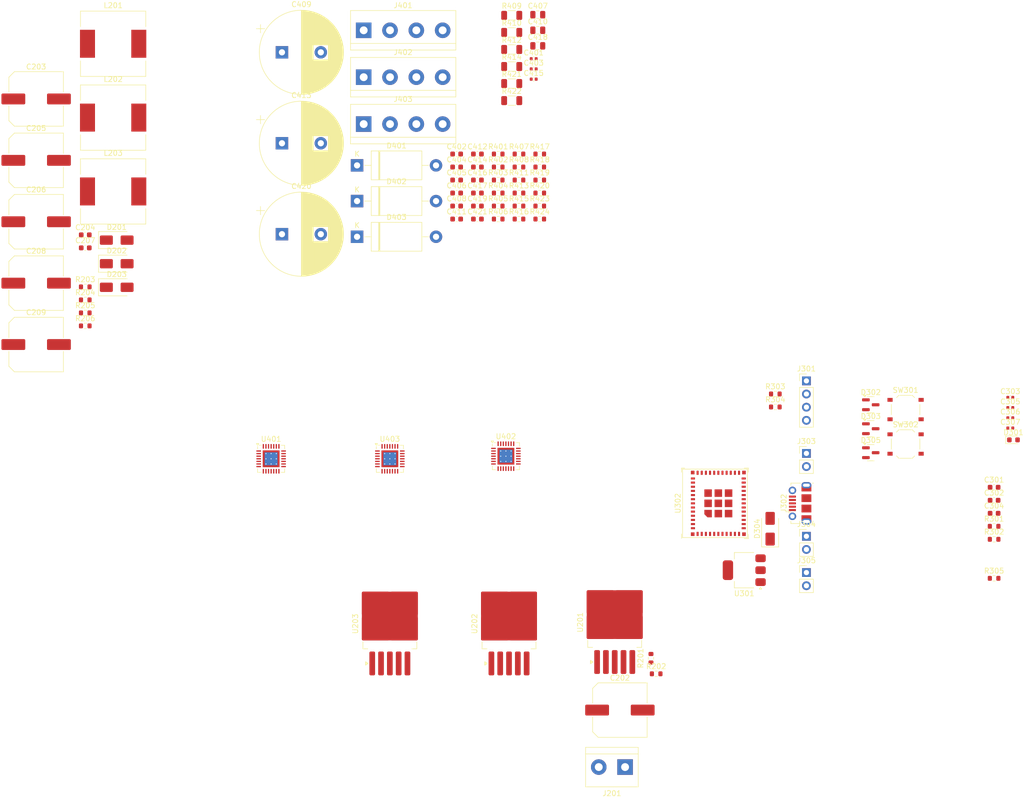
<source format=kicad_pcb>
(kicad_pcb (version 20241229) (generator "pcbnew") (generator_version "9.0")
  (layers (0 "F.Cu" signal) (2 "B.Cu" signal) (13 "F.Paste" user) (15 "B.Paste" user) (5 "F.SilkS" user "F.Silkscreen") (7 "B.SilkS" user "B.Silkscreen") (1 "F.Mask" user) (3 "B.Mask" user) (25 "Edge.Cuts" user))
  (net 0 "")
  (net 1 "+24V")
  (net 2 "GND")
  (net 3 "VDD")
  (net 4 "/Power Supply/H_BUCK_FB")
  (net 5 "H_Motor")
  (net 6 "/Power Supply/V_BUCK_FB")
  (net 7 "V_Motor")
  (net 8 "+3.3V")
  (net 9 "/Microcontroller/EN")
  (net 10 "/Microcontroller/BOOT")
  (net 11 "/Stepper Drivers/A_VCP")
  (net 12 "/Stepper Drivers/H_VCP")
  (net 13 "/Stepper Drivers/A_VREG")
  (net 14 "/Stepper Drivers/H_VREG")
  (net 15 "/Stepper Drivers/A_CP1")
  (net 16 "/Stepper Drivers/A_CP2")
  (net 17 "/Stepper Drivers/H_CP2")
  (net 18 "/Stepper Drivers/H_CP1")
  (net 19 "/Stepper Drivers/V_VCP")
  (net 20 "/Stepper Drivers/V_VREG")
  (net 21 "/Stepper Drivers/V_CP1")
  (net 22 "/Stepper Drivers/V_CP2")
  (net 23 "/Power Supply/VDD_BUCK_OUT")
  (net 24 "/Power Supply/H_BUCK_OUT")
  (net 25 "/Power Supply/V_BUCK_OUT")
  (net 26 "Net-(D301-A)")
  (net 27 "/Microcontroller/USB_D-")
  (net 28 "/Microcontroller/USB_D+")
  (net 29 "/Microcontroller/+VBUS")
  (net 30 "Net-(D401-K)")
  (net 31 "Net-(D402-K)")
  (net 32 "Net-(D403-K)")
  (net 33 "/Microcontroller/RXD")
  (net 34 "/Microcontroller/TXD")
  (net 44 "/Microcontroller/AGITATION_SWITCH")
  (net 45 "/Microcontroller/VERTICAL_SWITCH")
  (net 46 "/Microcontroller/HORIZONTAL_SWITCH")
  (net 47 "/Stepper Drivers/AGITATE_2A")
  (net 48 "/Stepper Drivers/AGITATE_2B")
  (net 49 "/Stepper Drivers/AGITATE_1B")
  (net 50 "/Stepper Drivers/AGITATE_1A")
  (net 51 "/Stepper Drivers/HORIZONTAL_1A")
  (net 52 "/Stepper Drivers/HORIZONTAL_2A")
  (net 53 "/Stepper Drivers/HORIZONTAL_1B")
  (net 54 "/Stepper Drivers/HORIZONTAL_2B")
  (net 55 "/Stepper Drivers/VERTICAL_1A")
  (net 56 "/Stepper Drivers/VERTICAL_2B")
  (net 57 "/Stepper Drivers/VERTICAL_2A")
  (net 58 "/Stepper Drivers/VERTICAL_1B")
  (net 59 "/Power Supply/VDD_BUCK_FB")
  (net 60 "/Microcontroller/TXD0")
  (net 61 "/Microcontroller/RXD0")
  (net 62 "/Microcontroller/IO8")
  (net 63 "/Stepper Drivers/A_VREF")
  (net 64 "/Stepper Drivers/H_VREF")
  (net 65 "/Stepper Drivers/A_ROSC")
  (net 66 "/Stepper Drivers/H_ROSC")
  (net 67 "/Stepper Drivers/A_SENSE1")
  (net 68 "/Stepper Drivers/A_SENSE2")
  (net 69 "/Stepper Drivers/A_RESET")
  (net 70 "/Stepper Drivers/H_SENSE1")
  (net 71 "/Stepper Drivers/A_SLEEP")
  (net 72 "/Stepper Drivers/H_SENSE2")
  (net 73 "/Stepper Drivers/H_RESET")
  (net 74 "/Stepper Drivers/H_SLEEP")
  (net 75 "/Stepper Drivers/V_VREF")
  (net 76 "/Stepper Drivers/V_ROSC")
  (net 77 "/Stepper Drivers/V_SENSE1")
  (net 78 "/Stepper Drivers/V_SENSE2")
  (net 79 "/Stepper Drivers/V_RESET")
  (net 80 "/Stepper Drivers/V_SLEEP")
  (net 89 "AGITATION_STEP")
  (net 90 "HORIZONTAL_DIR")
  (net 91 "VERTICAL_STEP")
  (net 92 "HORIZONTAL_STEP")
  (net 97 "VERTICAL_DIR")
  (net 100 "AGITATION_DIR")
  (footprint "Button_Switch_SMD:SW_Push_1P1T_XKB_TS-1187A" (layer "F.Cu") (at 222.14 80)
    (property "Reference" "SW301" (at 0 -3.75 0) (layer "F.SilkS"))
    (property "Value" "SW_Push")
    (pad "1" smd rect (at -3 -1.875) (size 1 0.75) (layers "F.Cu" "F.Mask" "F.Paste") (net 2 "GND"))
    (pad "1" smd rect (at 3 -1.875) (size 1 0.75) (layers "F.Cu" "F.Mask" "F.Paste") (net 2 "GND"))
    (pad "2" smd rect (at -3 1.875) (size 1 0.75) (layers "F.Cu" "F.Mask" "F.Paste") (net 9 "/Microcontroller/EN"))
    (pad "2" smd rect (at 3 1.875) (size 1 0.75) (layers "F.Cu" "F.Mask" "F.Paste") (net 9 "/Microcontroller/EN"))
  )
  (footprint "Package_TO_SOT_SMD:SOT-23" (layer "F.Cu") (at 215.42 88.325)
    (property "Reference" "D305" (at 0 -2.4 0) (layer "F.SilkS"))
    (property "Value" "PSM712-LF-T7")
    (pad "1" smd roundrect (at -0.9375 -0.95) (size 1.475 0.6) (layers "F.Cu" "F.Mask" "F.Paste") (net 2 "GND"))
    (pad "2" smd roundrect (at -0.9375 0.95) (size 1.475 0.6) (layers "F.Cu" "F.Mask" "F.Paste") (net 29 "/Microcontroller/+VBUS"))
    (pad "3" smd roundrect (at 0.9375 0) (size 1.475 0.6) (layers "F.Cu" "F.Mask" "F.Paste"))
  )
  (footprint "Inductor_SMD:L_12x12mm_H8mm" (layer "F.Cu") (at 69.1925 23.65)
    (property "Reference" "L202" (at 0 -7.4 0) (layer "F.SilkS"))
    (property "Value" "47u")
    (pad "1" smd rect (at -4.95 0) (size 2.9 5.4) (layers "F.Cu" "F.Mask" "F.Paste") (net 24 "/Power Supply/H_BUCK_OUT"))
    (pad "2" smd rect (at 4.95 0) (size 2.9 5.4) (layers "F.Cu" "F.Mask" "F.Paste") (net 5 "H_Motor"))
  )
  (footprint "Resistor_SMD:R_0603_1608Metric" (layer "F.Cu") (at 63.8125 61.34)
    (property "Reference" "R205" (at 0 -1.43 0) (layer "F.SilkS"))
    (property "Value" "1k")
    (pad "1" smd roundrect (at -0.825 0) (size 0.8 0.95) (layers "F.Cu" "F.Mask" "F.Paste") (net 2 "GND"))
    (pad "2" smd roundrect (at 0.825 0) (size 0.8 0.95) (layers "F.Cu" "F.Mask" "F.Paste") (net 6 "/Power Supply/V_BUCK_FB"))
  )
  (footprint "Capacitor_SMD:C_0805_2012Metric" (layer "F.Cu") (at 151.1525 6.79)
    (property "Reference" "C410" (at 0 -1.68 0) (layer "F.SilkS"))
    (property "Value" "220n")
    (pad "1" smd roundrect (at -0.95 0) (size 1 1.45) (layers "F.Cu" "F.Mask" "F.Paste") (net 14 "/Stepper Drivers/H_VREG"))
    (pad "2" smd roundrect (at 0.95 0) (size 1 1.45) (layers "F.Cu" "F.Mask" "F.Paste") (net 2 "GND"))
  )
  (footprint "Capacitor_SMD:C_0402_1005Metric" (layer "F.Cu") (at 150.3625 14.26)
    (property "Reference" "C403" (at 0 -1.16 0) (layer "F.SilkS"))
    (property "Value" "100n")
    (pad "1" smd roundrect (at -0.48 0) (size 0.56 0.62) (layers "F.Cu" "F.Mask" "F.Paste") (net 2 "GND"))
    (pad "2" smd roundrect (at 0.48 0) (size 0.56 0.62) (layers "F.Cu" "F.Mask" "F.Paste") (net 3 "VDD"))
  )
  (footprint "TerminalBlock:TerminalBlock_bornier-4_P5.08mm" (layer "F.Cu") (at 117.5525 6.8)
    (property "Reference" "J401" (at 7.6 -4.8 0) (layer "F.SilkS"))
    (property "Value" "Conn_01x04")
    (pad "1" thru_hole rect (at 0 0) (size 3 3) (drill 1.52) (layers "*.Cu" "*.Mask") (net 50 "/Stepper Drivers/AGITATE_1A"))
    (pad "2" thru_hole circle (at 5.08 0) (size 3 3) (drill 1.52) (layers "*.Cu" "*.Mask") (net 49 "/Stepper Drivers/AGITATE_1B"))
    (pad "3" thru_hole circle (at 10.16 0) (size 3 3) (drill 1.52) (layers "*.Cu" "*.Mask") (net 47 "/Stepper Drivers/AGITATE_2A"))
    (pad "4" thru_hole circle (at 15.24 0) (size 3 3) (drill 1.52) (layers "*.Cu" "*.Mask") (net 48 "/Stepper Drivers/AGITATE_2B"))
  )
  (footprint "Diode_SMD:D_SMA" (layer "F.Cu") (at 196 103 90)
    (property "Reference" "D304" (at 0 -2.5 90) (layer "F.SilkS"))
    (property "Value" "SS14")
    (pad "1" smd roundrect (at -2 0 90) (size 2.5 1.8) (layers "F.Cu" "F.Mask" "F.Paste") (roundrect_rratio 0.1388888889) (net 3 "VDD"))
    (pad "2" smd roundrect (at 2 0 90) (size 2.5 1.8) (layers "F.Cu" "F.Mask" "F.Paste") (roundrect_rratio 0.1388888889) (net 29 "/Microcontroller/+VBUS"))
  )
  (footprint "Capacitor_SMD:C_0603_1608Metric" (layer "F.Cu") (at 63.8125 46.28)
    (property "Reference" "C204" (at 0 -1.43 0) (layer "F.SilkS"))
    (property "Value" "1n")
    (pad "1" smd roundrect (at -0.775 0) (size 0.9 0.95) (layers "F.Cu" "F.Mask" "F.Paste") (net 4 "/Power Supply/H_BUCK_FB"))
    (pad "2" smd roundrect (at 0.775 0) (size 0.9 0.95) (layers "F.Cu" "F.Mask" "F.Paste") (net 5 "H_Motor"))
  )
  (footprint "Resistor_SMD:R_0603_1608Metric" (layer "F.Cu") (at 143.5125 33.19)
    (property "Reference" "R402" (at 0 -1.43 0) (layer "F.SilkS"))
    (property "Value" "4k7")
    (pad "1" smd roundrect (at -0.825 0) (size 0.8 0.95) (layers "F.Cu" "F.Mask" "F.Paste") (net 63 "/Stepper Drivers/A_VREF"))
    (pad "2" smd roundrect (at 0.825 0) (size 0.8 0.95) (layers "F.Cu" "F.Mask" "F.Paste") (net 2 "GND"))
  )
  (footprint "Resistor_SMD:R_0603_1608Metric" (layer "F.Cu") (at 147.5225 30.68)
    (property "Reference" "R407" (at 0 -1.43 0) (layer "F.SilkS"))
    (property "Value" "10k")
    (pad "1" smd roundrect (at -0.825 0) (size 0.8 0.95) (layers "F.Cu" "F.Mask" "F.Paste") (net 5 "H_Motor"))
    (pad "2" smd roundrect (at 0.825 0) (size 0.8 0.95) (layers "F.Cu" "F.Mask" "F.Paste") (net 31 "Net-(D402-K)"))
  )
  (footprint "Capacitor_SMD:C_0603_1608Metric" (layer "F.Cu") (at 139.5025 30.68)
    (property "Reference" "C412" (at 0 -1.43 0) (layer "F.SilkS"))
    (property "Value" "100n")
    (pad "1" smd roundrect (at -0.775 0) (size 0.9 0.95) (layers "F.Cu" "F.Mask" "F.Paste") (net 2 "GND"))
    (pad "2" smd roundrect (at 0.775 0) (size 0.9 0.95) (layers "F.Cu" "F.Mask" "F.Paste") (net 5 "H_Motor"))
  )
  (footprint "Resistor_SMD:R_0603_1608Metric" (layer "F.Cu") (at 63.8125 63.85)
    (property "Reference" "R206" (at 0 -1.43 0) (layer "F.SilkS"))
    (property "Value" "12k")
    (pad "1" smd roundrect (at -0.825 0) (size 0.8 0.95) (layers "F.Cu" "F.Mask" "F.Paste") (net 6 "/Power Supply/V_BUCK_FB"))
    (pad "2" smd roundrect (at 0.825 0) (size 0.8 0.95) (layers "F.Cu" "F.Mask" "F.Paste") (net 7 "V_Motor"))
  )
  (footprint "Capacitor_SMD:C_0402_1005Metric" (layer "F.Cu") (at 150.3625 16.23)
    (property "Reference" "C415" (at 0 -1.16 0) (layer "F.SilkS"))
    (property "Value" "100n")
    (pad "1" smd roundrect (at -0.48 0) (size 0.56 0.62) (layers "F.Cu" "F.Mask" "F.Paste") (net 2 "GND"))
    (pad "2" smd roundrect (at 0.48 0) (size 0.56 0.62) (layers "F.Cu" "F.Mask" "F.Paste") (net 3 "VDD"))
  )
  (footprint "LED_SMD:LED_0603_1608Metric" (layer "F.Cu") (at 242.96 85.85)
    (property "Reference" "D301" (at 0 -1.43 0) (layer "F.SilkS"))
    (property "Value" "RED")
    (pad "1" smd roundrect (at -0.7875 0) (size 0.875 0.95) (layers "F.Cu" "F.Mask" "F.Paste") (net 2 "GND"))
    (pad "2" smd roundrect (at 0.7875 0) (size 0.875 0.95) (layers "F.Cu" "F.Mask" "F.Paste") (net 26 "Net-(D301-A)"))
  )
  (footprint "Resistor_SMD:R_0603_1608Metric" (layer "F.Cu") (at 143.5125 38.21)
    (property "Reference" "R404" (at 0 -1.43 0) (layer "F.SilkS"))
    (property "Value" "4k7")
    (pad "1" smd roundrect (at -0.825 0) (size 0.8 0.95) (layers "F.Cu" "F.Mask" "F.Paste") (net 64 "/Stepper Drivers/H_VREF"))
    (pad "2" smd roundrect (at 0.825 0) (size 0.8 0.95) (layers "F.Cu" "F.Mask" "F.Paste") (net 2 "GND"))
  )
  (footprint "Connector_PinHeader_2.54mm:PinHeader_1x04_P2.54mm_Vertical" (layer "F.Cu") (at 203 74.46)
    (property "Reference" "J301" (at 0 -2.33 0) (layer "F.SilkS"))
    (property "Value" "Conn_01x04")
    (pad "1" thru_hole rect (at 0 0) (size 1.7 1.7) (drill 1) (layers "*.Cu" "*.Mask") (net 8 "+3.3V"))
    (pad "2" thru_hole oval (at 0 2.54) (size 1.7 1.7) (drill 1) (layers "*.Cu" "*.Mask") (net 33 "/Microcontroller/RXD"))
    (pad "3" thru_hole oval (at 0 5.08) (size 1.7 1.7) (drill 1) (layers "*.Cu" "*.Mask") (net 34 "/Microcontroller/TXD"))
    (pad "4" thru_hole oval (at 0 7.62) (size 1.7 1.7) (drill 1) (layers "*.Cu" "*.Mask") (net 2 "GND"))
  )
  (footprint "Capacitor_SMD:C_Elec_10x10.2" (layer "F.Cu") (at 54.3325 31.9)
    (property "Reference" "C205" (at 0 -6.2 0) (layer "F.SilkS"))
    (property "Value" "220u")
    (pad "1" smd roundrect (at -4.4 0) (size 4.6 2.1) (layers "F.Cu" "F.Mask" "F.Paste") (roundrect_rratio 0.119048) (net 1 "+24V"))
    (pad "2" smd roundrect (at 4.4 0) (size 4.6 2.1) (layers "F.Cu" "F.Mask" "F.Paste") (roundrect_rratio 0.119048) (net 2 "GND"))
  )
  (footprint "Capacitor_SMD:C_0603_1608Metric" (layer "F.Cu") (at 139.5025 38.21)
    (property "Reference" "C417" (at 0 -1.43 0) (layer "F.SilkS"))
    (property "Value" "100n")
    (pad "1" smd roundrect (at -0.775 0) (size 0.9 0.95) (layers "F.Cu" "F.Mask" "F.Paste") (net 19 "/Stepper Drivers/V_VCP"))
    (pad "2" smd roundrect (at 0.775 0) (size 0.9 0.95) (layers "F.Cu" "F.Mask" "F.Paste") (net 7 "V_Motor"))
  )
  (footprint "Package_TO_SOT_SMD:SOT-23" (layer "F.Cu") (at 215.42 79.075)
    (property "Reference" "D302" (at 0 -2.4 0) (layer "F.SilkS"))
    (property "Value" "PSM712-LF-T7")
    (pad "1" smd roundrect (at -0.9375 -0.95) (size 1.475 0.6) (layers "F.Cu" "F.Mask" "F.Paste") (net 2 "GND"))
    (pad "2" smd roundrect (at -0.9375 0.95) (size 1.475 0.6) (layers "F.Cu" "F.Mask" "F.Paste") (net 27 "/Microcontroller/USB_D-"))
    (pad "3" smd roundrect (at 0.9375 0) (size 1.475 0.6) (layers "F.Cu" "F.Mask" "F.Paste"))
  )
  (footprint "Inductor_SMD:L_12x12mm_H8mm" (layer "F.Cu") (at 69.1925 9.4)
    (property "Reference" "L201" (at 0 -7.4 0) (layer "F.SilkS"))
    (property "Value" "47u")
    (pad "1" smd rect (at -4.95 0) (size 2.9 5.4) (layers "F.Cu" "F.Mask" "F.Paste") (net 23 "/Power Supply/VDD_BUCK_OUT"))
    (pad "2" smd rect (at 4.95 0) (size 2.9 5.4) (layers "F.Cu" "F.Mask" "F.Paste") (net 3 "VDD"))
  )
  (footprint "Resistor_SMD:R_0603_1608Metric" (layer "F.Cu") (at 147.5225 35.7)
    (property "Reference" "R411" (at 0 -1.43 0) (layer "F.SilkS"))
    (property "Value" "10k")
    (pad "1" smd roundrect (at -0.825 0) (size 0.8 0.95) (layers "F.Cu" "F.Mask" "F.Paste") (net 3 "VDD"))
    (pad "2" smd roundrect (at 0.825 0) (size 0.8 0.95) (layers "F.Cu" "F.Mask" "F.Paste") (net 69 "/Stepper Drivers/A_RESET"))
  )
  (footprint "TerminalBlock:TerminalBlock_bornier-4_P5.08mm" (layer "F.Cu") (at 117.5525 24.9)
    (property "Reference" "J403" (at 7.6 -4.8 0) (layer "F.SilkS"))
    (property "Value" "Conn_01x04")
    (pad "1" thru_hole rect (at 0 0) (size 3 3) (drill 1.52) (layers "*.Cu" "*.Mask") (net 55 "/Stepper Drivers/VERTICAL_1A"))
    (pad "2" thru_hole circle (at 5.08 0) (size 3 3) (drill 1.52) (layers "*.Cu" "*.Mask") (net 58 "/Stepper Drivers/VERTICAL_1B"))
    (pad "3" thru_hole circle (at 10.16 0) (size 3 3) (drill 1.52) (layers "*.Cu" "*.Mask") (net 57 "/Stepper Drivers/VERTICAL_2A"))
    (pad "4" thru_hole circle (at 15.24 0) (size 3 3) (drill 1.52) (layers "*.Cu" "*.Mask") (net 56 "/Stepper Drivers/VERTICAL_2B"))
  )
  (footprint "Connector_PinHeader_2.54mm:PinHeader_1x02_P2.54mm_Vertical" (layer "F.Cu") (at 203 104.46)
    (property "Reference" "J304" (at 0 -2.33 0) (layer "F.SilkS"))
    (property "Value" "Conn_01x02")
    (pad "1" thru_hole rect (at 0 0) (size 1.7 1.7) (drill 1) (layers "*.Cu" "*.Mask") (net 45 "/Microcontroller/VERTICAL_SWITCH"))
    (pad "2" thru_hole oval (at 0 2.54) (size 1.7 1.7) (drill 1) (layers "*.Cu" "*.Mask") (net 8 "+3.3V"))
  )
  (footprint "Capacitor_SMD:C_0402_1005Metric" (layer "F.Cu") (at 150.3625 12.29)
    (property "Reference" "C401" (at 0 -1.16 0) (layer "F.SilkS"))
    (property "Value" "100n")
    (pad "1" smd roundrect (at -0.48 0) (size 0.56 0.62) (layers "F.Cu" "F.Mask" "F.Paste") (net 2 "GND"))
    (pad "2" smd roundrect (at 0.48 0) (size 0.56 0.62) (layers "F.Cu" "F.Mask" "F.Paste") (net 3 "VDD"))
  )
  (footprint "Capacitor_THT:CP_Radial_D16.0mm_P7.50mm" (layer "F.Cu") (at 101.776991 46.15)
    (property "Reference" "C420" (at 3.75 -9.25 0) (layer "F.SilkS"))
    (property "Value" "100u")
    (pad "1" thru_hole rect (at 0 0) (size 2.4 2.4) (drill 1.2) (layers "*.Cu" "*.Mask") (net 7 "V_Motor"))
    (pad "2" thru_hole circle (at 7.5 0) (size 2.4 2.4) (drill 1.2) (layers "*.Cu" "*.Mask") (net 2 "GND"))
  )
  (footprint "Resistor_SMD:R_0603_1608Metric" (layer "F.Cu") (at 151.5325 33.19)
    (property "Reference" "R418" (at 0 -1.43 0) (layer "F.SilkS"))
    (property "Value" "4k7")
    (pad "1" smd roundrect (at -0.825 0) (size 0.8 0.95) (layers "F.Cu" "F.Mask" "F.Paste") (net 75 "/Stepper Drivers/V_VREF"))
    (pad "2" smd roundrect (at 0.825 0) (size 0.8 0.95) (layers "F.Cu" "F.Mask" "F.Paste") (net 2 "GND"))
  )
  (footprint "Resistor_SMD:R_0603_1608Metric" (layer "F.Cu") (at 143.5125 35.7)
    (property "Reference" "R403" (at 0 -1.43 0) (layer "F.SilkS"))
    (property "Value" "18k")
    (pad "1" smd roundrect (at -0.825 0) (size 0.8 0.95) (layers "F.Cu" "F.Mask" "F.Paste") (net 3 "VDD"))
    (pad "2" smd roundrect (at 0.825 0) (size 0.8 0.95) (layers "F.Cu" "F.Mask" "F.Paste") (net 64 "/Stepper Drivers/H_VREF"))
  )
  (footprint "Capacitor_SMD:C_Elec_10x10.2" (layer "F.Cu") (at 54.3325 55.6)
    (property "Reference" "C208" (at 0 -6.2 0) (layer "F.SilkS"))
    (property "Value" "220u")
    (pad "1" smd roundrect (at -4.4 0) (size 4.6 2.1) (layers "F.Cu" "F.Mask" "F.Paste") (roundrect_rratio 0.119048) (net 1 "+24V"))
    (pad "2" smd roundrect (at 4.4 0) (size 4.6 2.1) (layers "F.Cu" "F.Mask" "F.Paste") (roundrect_rratio 0.119048) (net 2 "GND"))
  )
  (footprint "Resistor_SMD:R_0603_1608Metric" (layer "F.Cu") (at 197 76.99)
    (property "Reference" "R303" (at 0 -1.43 0) (layer "F.SilkS"))
    (property "Value" "0R")
    (pad "1" smd roundrect (at -0.825 0) (size 0.8 0.95) (layers "F.Cu" "F.Mask" "F.Paste") (net 60 "/Microcontroller/TXD0"))
    (pad "2" smd roundrect (at 0.825 0) (size 0.8 0.95) (layers "F.Cu" "F.Mask" "F.Paste") (net 33 "/Microcontroller/RXD"))
  )
  (footprint "Resistor_SMD:R_1206_3216Metric" (layer "F.Cu") (at 146.1225 20.37)
    (property "Reference" "R422" (at 0 -1.82 0) (layer "F.SilkS"))
    (property "Value" "75m")
    (pad "1" smd roundrect (at -1.4625 0) (size 1.125 1.75) (layers "F.Cu" "F.Mask" "F.Paste") (roundrect_rratio 0.222222) (net 78 "/Stepper Drivers/V_SENSE2"))
    (pad "2" smd roundrect (at 1.4625 0) (size 1.125 1.75) (layers "F.Cu" "F.Mask" "F.Paste") (roundrect_rratio 0.222222) (net 2 "GND"))
  )
  (footprint "Capacitor_SMD:C_0603_1608Metric" (layer "F.Cu") (at 63.8125 48.79)
    (property "Reference" "C207" (at 0 -1.43 0) (layer "F.SilkS"))
    (property "Value" "1n")
    (pad "1" smd roundrect (at -0.775 0) (size 0.9 0.95) (layers "F.Cu" "F.Mask" "F.Paste") (net 6 "/Power Supply/V_BUCK_FB"))
    (pad "2" smd roundrect (at 0.775 0) (size 0.9 0.95) (layers "F.Cu" "F.Mask" "F.Paste") (net 7 "V_Motor"))
  )
  (footprint "Connector_PinHeader_2.54mm:PinHeader_1x02_P2.54mm_Vertical" (layer "F.Cu") (at 203 111.46)
    (property "Reference" "J305" (at 0 -2.33 0) (layer "F.SilkS"))
    (property "Value" "Conn_01x02")
    (pad "1" thru_hole rect (at 0 0) (size 1.7 1.7) (drill 1) (layers "*.Cu" "*.Mask") (net 46 "/Microcontroller/HORIZONTAL_SWITCH"))
    (pad "2" thru_hole oval (at 0 2.54) (size 1.7 1.7) (drill 1) (layers "*.Cu" "*.Mask") (net 8 "+3.3V"))
  )
  (footprint "Capacitor_SMD:C_0603_1608Metric" (layer "F.Cu") (at 135.4925 43.23)
    (property "Reference" "C411" (at 0 -1.43 0) (layer "F.SilkS"))
    (property "Value" "100n")
    (pad "1" smd roundrect (at -0.775 0) (size 0.9 0.95) (layers "F.Cu" "F.Mask" "F.Paste") (net 15 "/Stepper Drivers/A_CP1"))
    (pad "2" smd roundrect (at 0.775 0) (size 0.9 0.95) (layers "F.Cu" "F.Mask" "F.Paste") (net 16 "/Stepper Drivers/A_CP2"))
  )
  (footprint "Capacitor_SMD:C_0402_1005Metric" (layer "F.Cu") (at 242.35 81.6)
    (property "Reference" "C306" (at 0 -1.16 0) (layer "F.SilkS"))
    (property "Value" "1u")
    (pad "1" smd roundrect (at -0.48 0) (size 0.56 0.62) (layers "F.Cu" "F.Mask" "F.Paste") (net 9 "/Microcontroller/EN"))
    (pad "2" smd roundrect (at 0.48 0) (size 0.56 0.62) (layers "F.Cu" "F.Mask" "F.Paste") (net 2 "GND"))
  )
  (footprint "Connector_PinHeader_2.54mm:PinHeader_1x02_P2.54mm_Vertical" (layer "F.Cu") (at 203 88.46)
    (property "Reference" "J303" (at 0 -2.33 0) (layer "F.SilkS"))
    (property "Value" "Conn_01x02")
    (pad "1" thru_hole rect (at 0 0) (size 1.7 1.7) (drill 1) (layers "*.Cu" "*.Mask") (net 8 "+3.3V"))
    (pad "2" thru_hole oval (at 0 2.54) (size 1.7 1.7) (drill 1) (layers "*.Cu" "*.Mask") (net 44 "/Microcontroller/AGITATION_SWITCH"))
  )
  (footprint "Diode_THT:D_DO-27_P15.24mm_Horizontal" (layer "F.Cu") (at 116.2725 39.76)
    (property "Reference" "D402" (at 7.62 -3.785 0) (layer "F.SilkS"))
    (property "Value" "IN5402")
    (fp_text user "K" (at 0 -2.2 0) (layer "F.SilkS"))
    (pad "1" thru_hole rect (at 0 0) (size 2.4 2.4) (drill 1.2) (layers "*.Cu" "*.Mask") (net 31 "Net-(D402-K)"))
    (pad "2" thru_hole oval (at 15.24 0) (size 2.4 2.4) (drill 1.2) (layers "*.Cu" "*.Mask") (net 2 "GND"))
  )
  (footprint "Resistor_SMD:R_1206_3216Metric" (layer "F.Cu") (at 146.1225 17.08)
    (property "Reference" "R421" (at 0 -1.82 0) (layer "F.SilkS"))
    (property "Value" "75m")
    (pad "1" smd roundrect (at -1.4625 0) (size 1.125 1.75) (layers "F.Cu" "F.Mask" "F.Paste") (roundrect_rratio 0.222222) (net 77 "/Stepper Drivers/V_SENSE1"))
    (pad "2" smd roundrect (at 1.4625 0) (size 1.125 1.75) (layers "F.Cu" "F.Mask" "F.Paste") (roundrect_rratio 0.222222) (net 2 "GND"))
  )
  (footprint "Capacitor_SMD:C_Elec_10x10.2" (layer "F.Cu") (at 54.3325 43.75)
    (property "Reference" "C206" (at 0 -6.2 0) (layer "F.SilkS"))
    (property "Value" "220u")
    (pad "1" smd roundrect (at -4.4 0) (size 4.6 2.1) (layers "F.Cu" "F.Mask" "F.Paste") (roundrect_rratio 0.119048) (net 5 "H_Motor"))
    (pad "2" smd roundrect (at 4.4 0) (size 4.6 2.1) (layers "F.Cu" "F.Mask" "F.Paste") (roundrect_rratio 0.119048) (net 2 "GND"))
  )
  (footprint "Capacitor_SMD:C_0402_1005Metric" (layer "F.Cu") (at 242.35 77.66)
    (property "Reference" "C303" (at 0 -1.16 0) (layer "F.SilkS"))
    (property "Value" "100n")
    (pad "1" smd roundrect (at -0.48 0) (size 0.56 0.62) (layers "F.Cu" "F.Mask" "F.Paste") (net 2 "GND"))
    (pad "2" smd roundrect (at 0.48 0) (size 0.56 0.62) (layers "F.Cu" "F.Mask" "F.Paste") (net 8 "+3.3V"))
  )
  (footprint "Resistor_SMD:R_0603_1608Metric" (layer "F.Cu") (at 173 128 -90)
    (property "Reference" "R201" (at 0 2 90) (layer "F.SilkS"))
    (property "Value" "1k")
    (pad "1" smd roundrect (at -0.825 0 270) (size 0.8 0.95) (layers "F.Cu" "F.Mask" "F.Paste") (net 2 "GND"))
    (pad "2" smd roundrect (at 0.825 0 270) (size 0.8 0.95) (layers "F.Cu" "F.Mask" "F.Paste") (net 59 "/Power Supply/VDD_BUCK_FB"))
  )
  (footprint "Inductor_SMD:L_12x12mm_H8mm" (layer "F.Cu") (at 69.1925 37.9)
    (property "Reference" "L203" (at 0 -7.4 0) (layer "F.SilkS"))
    (property "Value" "47u")
    (pad "1" smd rect (at -4.95 0) (size 2.9 5.4) (layers "F.Cu" "F.Mask" "F.Paste") (net 25 "/Power Supply/V_BUCK_OUT"))
    (pad "2" smd rect (at 4.95 0) (size 2.9 5.4) (layers "F.Cu" "F.Mask" "F.Paste") (net 7 "V_Motor"))
  )
  (footprint "Capacitor_SMD:C_0603_1608Metric" (layer "F.Cu") (at 139.5025 43.23)
    (property "Reference" "C421" (at 0 -1.43 0) (layer "F.SilkS"))
    (property "Value" "100n")
    (pad "1" smd roundrect (at -0.775 0) (size 0.9 0.95) (layers "F.Cu" "F.Mask" "F.Paste") (net 21 "/Stepper Drivers/V_CP1"))
    (pad "2" smd roundrect (at 0.775 0) (size 0.9 0.95) (layers "F.Cu" "F.Mask" "F.Paste") (net 22 "/Stepper Drivers/V_CP2"))
  )
  (footprint "Diode_SMD:D_SMA" (layer "F.Cu") (at 69.8875 51.85)
    (property "Reference" "D202" (at 0 -2.5 0) (layer "F.SilkS"))
    (property "Value" "SS54")
    (pad "1" smd roundrect (at -2 0) (size 2.5 1.8) (layers "F.Cu" "F.Mask" "F.Paste") (roundrect_rratio 0.1388888889) (net 24 "/Power Supply/H_BUCK_OUT"))
    (pad "2" smd roundrect (at 2 0) (size 2.5 1.8) (layers "F.Cu" "F.Mask" "F.Paste") (roundrect_rratio 0.1388888889) (net 2 "GND"))
  )
  (footprint "Capacitor_SMD:C_0805_2012Metric" (layer "F.Cu") (at 151.1525 3.78)
    (property "Reference" "C407" (at 0 -1.68 0) (layer "F.SilkS"))
    (property "Value" "220n")
    (pad "1" smd roundrect (at -0.95 0) (size 1 1.45) (layers "F.Cu" "F.Mask" "F.Paste") (net 13 "/Stepper Drivers/A_VREG"))
    (pad "2" smd roundrect (at 0.95 0) (size 1 1.45) (layers "F.Cu" "F.Mask" "F.Paste") (net 2 "GND"))
  )
  (footprint "Resistor_SMD:R_1206_3216Metric" (layer "F.Cu") (at 146.1225 3.92)
    (property "Reference" "R409" (at 0 -1.82 0) (layer "F.SilkS"))
    (property "Value" "75m")
    (pad "1" smd roundrect (at -1.4625 0) (size 1.125 1.75) (layers "F.Cu" "F.Mask" "F.Paste") (roundrect_rratio 0.222222) (net 67 "/Stepper Drivers/A_SENSE1"))
    (pad "2" smd roundrect (at 1.4625 0) (size 1.125 1.75) (layers "F.Cu" "F.Mask" "F.Paste") (roundrect_rratio 0.222222) (net 2 "GND"))
  )
  (footprint "Resistor_SMD:R_0603_1608Metric" (layer "F.Cu") (at 63.8125 56.32)
    (property "Reference" "R203" (at 0 -1.43 0) (layer "F.SilkS"))
    (property "Value" "1k")
    (pad "1" smd roundrect (at -0.825 0) (size 0.8 0.95) (layers "F.Cu" "F.Mask" "F.Paste") (net 2 "GND"))
    (pad "2" smd roundrect (at 0.825 0) (size 0.8 0.95) (layers "F.Cu" "F.Mask" "F.Paste") (net 4 "/Power Supply/H_BUCK_FB"))
  )
  (footprint "Resistor_SMD:R_0603_1608Metric" (layer "F.Cu") (at 174 131)
    (property "Reference" "R202" (at 0 -1.43 0) (layer "F.SilkS"))
    (property "Value" "3k")
    (pad "1" smd roundrect (at -0.825 0) (size 0.8 0.95) (layers "F.Cu" "F.Mask" "F.Paste") (net 59 "/Power Supply/VDD_BUCK_FB"))
    (pad "2" smd roundrect (at 0.825 0) (size 0.8 0.95) (layers "F.Cu" "F.Mask" "F.Paste") (net 3 "VDD"))
  )
  (footprint "Resistor_SMD:R_0603_1608Metric" (layer "F.Cu") (at 143.5125 30.68)
    (property "Reference" "R401" (at 0 -1.43 0) (layer "F.SilkS"))
    (property "Value" "10k")
    (pad "1" smd roundrect (at -0.825 0) (size 0.8 0.95) (layers "F.Cu" "F.Mask" "F.Paste") (net 3 "VDD"))
    (pad "2" smd roundrect (at 0.825 0) (size 0.8 0.95) (layers "F.Cu" "F.Mask" "F.Paste") (net 63 "/Stepper Drivers/A_VREF"))
  )
  (footprint "Package_TO_SOT_SMD:TO-263-5_TabPin3" (layer "F.Cu") (at 166 121.075 90)
    (property "Reference" "U201" (at 0 -6.65 90) (layer "F.SilkS"))
    (property "Value" "LM2596S-ADJ")
    (pad "1" smd roundrect (at -7.65 -3.4 90) (size 4.6 1.1) (layers "F.Cu" "F.Mask" "F.Paste") (roundrect_rratio 0.227273) (net 1 "+24V"))
    (pad "2" smd roundrect (at -7.65 -1.7 90) (size 4.6 1.1) (layers "F.Cu" "F.Mask" "F.Paste") (roundrect_rratio 0.227273) (net 23 "/Power Supply/VDD_BUCK_OUT"))
    (pad "3" smd roundrect (at -7.65 0 90) (size 4.6 1.1) (layers "F.Cu" "F.Mask" "F.Paste") (roundrect_rratio 0.227273) (net 2 "GND"))
    (pad "3" smd roundrect (at -0.925 -2.775 90) (size 4.55 5.25) (layers "F.Cu" "F.Paste") (roundrect_rratio 0.054945) (net 2 "GND"))
    (pad "3" smd roundrect (at -0.925 2.775 90) (size 4.55 5.25) (layers "F.Cu" "F.Paste") (roundrect_rratio 0.054945) (net 2 "GND"))
    (pad "3" smd roundrect (at 1.5 0 90) (size 9.4 10.8) (layers "F.Cu" "F.Mask") (roundrect_rratio 0.026596) (net 2 "GND"))
    (pad "3" smd roundrect (at 3.925 -2.775 90) (size 4.55 5.25) (layers "F.Cu" "F.Paste") (roundrect_rratio 0.054945) (net 2 "GND"))
    (pad "3" smd roundrect (at 3.925 2.775 90) (size 4.55 5.25) (layers "F.Cu" "F.Paste") (roundrect_rratio 0.054945) (net 2 "GND"))
    (pad "4" smd roundrect (at -7.65 1.7 90) (size 4.6 1.1) (layers "F.Cu" "F.Mask" "F.Paste") (roundrect_rratio 0.227273) (net 59 "/Power Supply/VDD_BUCK_FB"))
    (pad "5" smd roundrect (at -7.65 3.4 90) (size 4.6 1.1) (layers "F.Cu" "F.Mask" "F.Paste") (roundrect_rratio 0.227273) (net 2 "GND"))
  )
  (footprint "Resistor_SMD:R_0603_1608Metric" (layer "F.Cu") (at 63.8125 58.83)
    (property "Reference" "R204" (at 0 -1.43 0) (layer "F.SilkS"))
    (property "Value" "12k")
    (pad "1" smd roundrect (at -0.825 0) (size 0.8 0.95) (layers "F.Cu" "F.Mask" "F.Paste") (net 4 "/Power Supply/H_BUCK_FB"))
    (pad "2" smd roundrect (at 0.825 0) (size 0.8 0.95) (layers "F.Cu" "F.Mask" "F.Paste") (net 5 "H_Motor"))
  )
  (footprint "Package_DFN_QFN:QFN-28-1EP_5x5mm_P0.5mm_EP3.25x3.25mm_ThermalVias" (layer "F.Cu") (at 99.6875 89.5)
    (property "Reference" "U401" (at 0 -3.81 0) (layer "F.SilkS"))
    (property "Value" "A4988")
    (pad "1" smd roundrect (at -2.4 -1.5) (size 0.9 0.25) (layers "F.Cu" "F.Mask" "F.Paste") (net 48 "/Stepper Drivers/AGITATE_2B"))
    (pad "2" smd roundrect (at -2.4 -1) (size 0.9 0.25) (layers "F.Cu" "F.Mask" "F.Paste") (net 2 "GND"))
    (pad "3" smd roundrect (at -2.4 -0.5) (size 0.9 0.25) (layers "F.Cu" "F.Mask" "F.Paste") (net 2 "GND"))
    (pad "4" smd roundrect (at -2.4 0) (size 0.9 0.25) (layers "F.Cu" "F.Mask" "F.Paste") (net 15 "/Stepper Drivers/A_CP1"))
    (pad "5" smd roundrect (at -2.4 0.5) (size 0.9 0.25) (layers "F.Cu" "F.Mask" "F.Paste") (net 16 "/Stepper Drivers/A_CP2"))
    (pad "6" smd roundrect (at -2.4 1) (size 0.9 0.25) (layers "F.Cu" "F.Mask" "F.Paste") (net 11 "/Stepper Drivers/A_VCP"))
    (pad "7" smd roundrect (at -2.4 1.5) (size 0.9 0.25) (layers "F.Cu" "F.Mask" "F.Paste"))
    (pad "8" smd roundrect (at -1.5 2.4) (size 0.25 0.9) (layers "F.Cu" "F.Mask" "F.Paste") (net 13 "/Stepper Drivers/A_VREG"))
    (pad "9" smd roundrect (at -1 2.4) (size 0.25 0.9) (layers "F.Cu" "F.Mask" "F.Paste") (net 3 "VDD"))
    (pad "10" smd roundrect (at -0.5 2.4) (size 0.25 0.9) (layers "F.Cu" "F.Mask" "F.Paste") (net 3 "VDD"))
    (pad "11" smd roundrect (at 0 2.4) (size 0.25 0.9) (layers "F.Cu" "F.Mask" "F.Paste") (net 3 "VDD"))
    (pad "12" smd roundrect (at 0.5 2.4) (size 0.25 0.9) (layers "F.Cu" "F.Mask" "F.Paste") (net 69 "/Stepper Drivers/A_RESET"))
    (pad "13" smd roundrect (at 1 2.4) (size 0.25 0.9) (layers "F.Cu" "F.Mask" "F.Paste") (net 65 "/Stepper Drivers/A_ROSC"))
    (pad "14" smd roundrect (at 1.5 2.4) (size 0.25 0.9) (layers "F.Cu" "F.Mask" "F.Paste") (net 71 "/Stepper Drivers/A_SLEEP"))
    (pad "15" smd roundrect (at 2.4 1.5) (size 0.9 0.25) (layers "F.Cu" "F.Mask" "F.Paste") (net 3 "VDD"))
    (pad "16" smd roundrect (at 2.4 1) (size 0.9 0.25) (layers "F.Cu" "F.Mask" "F.Paste") (net 89 "AGITATION_STEP"))
    (pad "17" smd roundrect (at 2.4 0.5) (size 0.9 0.25) (layers "F.Cu" "F.Mask" "F.Paste") (net 63 "/Stepper Drivers/A_VREF"))
    (pad "18" smd roundrect (at 2.4 0) (size 0.9 0.25) (layers "F.Cu" "F.Mask" "F.Paste") (net 2 "GND"))
    (pad "19" smd roundrect (at 2.4 -0.5) (size 0.9 0.25) (layers "F.Cu" "F.Mask" "F.Paste") (net 100 "AGITATION_DIR"))
    (pad "20" smd roundrect (at 2.4 -1) (size 0.9 0.25) (layers "F.Cu" "F.Mask" "F.Paste"))
    (pad "21" smd roundrect (at 2.4 -1.5) (size 0.9 0.25) (layers "F.Cu" "F.Mask" "F.Paste") (net 49 "/Stepper Drivers/AGITATE_1B"))
    (pad "22" smd roundrect (at 1.5 -2.4) (size 0.25 0.9) (layers "F.Cu" "F.Mask" "F.Paste") (net 1 "+24V"))
    (pad "23" smd roundrect (at 1 -2.4) (size 0.25 0.9) (layers "F.Cu" "F.Mask" "F.Paste") (net 67 "/Stepper Drivers/A_SENSE1"))
    (pad "24" smd roundrect (at 0.5 -2.4) (size 0.25 0.9) (layers "F.Cu" "F.Mask" "F.Paste") (net 50 "/Stepper Drivers/AGITATE_1A"))
    (pad "25" smd roundrect (at 0 -2.4) (size 0.25 0.9) (layers "F.Cu" "F.Mask" "F.Paste"))
    (pad "26" smd roundrect (at -0.5 -2.4) (size 0.25 0.9) (layers "F.Cu" "F.Mask" "F.Paste") (net 47 "/Stepper Drivers/AGITATE_2A"))
    (pad "27" smd roundrect (at -1 -2.4) (size 0.25 0.9) (layers "F.Cu" "F.Mask" "F.Paste") (net 68 "/Stepper Drivers/A_SENSE2"))
    (pad "28" smd roundrect (at -1.5 -2.4) (size 0.25 0.9) (layers "F.Cu" "F.Mask" "F.Paste") (net 1 "+24V"))
    (pad "29" thru_hole circle (at -1 -1) (size 0.5 0.5) (drill 0.2) (property pad_prop_heatsink) (layers "*.Cu") (net 2 "GND"))
    (pad "29" thru_hole circle (at -1 0) (size 0.5 0.5) (drill 0.2) (property pad_prop_heatsink) (layers "*.Cu") (net 2 "GND"))
    (pad "29" thru_hole circle (at -1 1) (size 0.5 0.5) (drill 0.2) (property pad_prop_heatsink) (layers "*.Cu") (net 2 "GND"))
    (pad "29" thru_hole circle (at 0 -1) (size 0.5 0.5) (drill 0.2) (property pad_prop_heatsink) (layers "*.Cu") (net 2 "GND"))
    (pad "29" thru_hole circle (at 0 0) (size 0.5 0.5) (drill 0.2) (property pad_prop_heatsink) (layers "*.Cu") (net 2 "GND"))
    (pad "29" smd rect (at 0 0) (size 2.5 2.5) (property pad_prop_heatsink) (layers "B.Cu") (net 2 "GND"))
    (pad "29" smd rect (at 0 0) (size 3.25 3.25) (property pad_prop_heatsink) (layers "F.Cu" "F.Mask") (net 2 "GND"))
    (pad "29" thru_hole circle (at 0 1) (size 0.5 0.5) (drill 0.2) (property pad_prop_heatsink) (layers "*.Cu") (net 2 "GND"))
    (pad "29" thru_hole circle (at 1 -1) (size 0.5 0.5) (drill 0.2) (property pad_prop_heatsink) (layers "*.Cu") (net 2 "GND"))
    (pad "29" thru_hole circle (at 1 0) (size 0.5 0.5) (drill 0.2) (property pad_prop_heatsink) (layers "*.Cu") (net 2 "GND"))
    (pad "29" thru_hole circle (at 1 1) (size 0.5 0.5) (drill 0.2) (property pad_prop_heatsink) (layers "*.Cu") (net 2 "GND"))
  )
  (footprint "Resistor_SMD:R_0603_1608Metric" (layer "F.Cu") (at 197 79.5)
    (property "Reference" "R304" (at 0 -1.43 0) (layer "F.SilkS"))
    (property "Value" "0R")
    (pad "1" smd roundrect (at -0.825 0) (size 0.8 0.95) (layers "F.Cu" "F.Mask" "F.Paste") (net 61 "/Microcontroller/RXD0"))
    (pad "2" smd roundrect (at 0.825 0) (size 0.8 0.95) (layers "F.Cu" "F.Mask" "F.Paste") (net 34 "/Microcontroller/TXD"))
  )
  (footprint "Capacitor_SMD:C_0603_1608Metric" (layer "F.Cu") (at 135.4925 38.21)
    (property "Reference" "C406" (at 0 -1.43 0) (layer "F.SilkS"))
    (property "Value" "100n")
    (pad "1" smd roundrect (at -0.775 0) (size 0.9 0.95) (layers "F.Cu" "F.Mask" "F.Paste") (net 12 "/Stepper Drivers/H_VCP"))
    (pad "2" smd roundrect (at 0.775 0) (size 0.9 0.95) (layers "F.Cu" "F.Mask" "F.Paste") (net 5 "H_Motor"))
  )
  (footprint "Connector_USB:USB_Micro-B_Molex-105017-0001" (layer "F.Cu") (at 201.7625 98.1 90)
    (property "Reference" "J302" (at 0 -3.1125 90) (layer "F.SilkS"))
    (property "Value" "USB_B_Micro")
    (pad "1" smd rect (at -1.3 -1.4625 90) (size 0.4 1.35) (layers "F.Cu" "F.Mask" "F.Paste") (net 29 "/Microcontroller/+VBUS"))
    (pad "2" smd rect (at -0.65 -1.4625 90) (size 0.4 1.35) (layers "F.Cu" "F.Mask" "F.Paste") (net 27 "/Microcontroller/USB_D-"))
    (pad "3" smd rect (at 0 -1.4625 90) (size 0.4 1.35) (layers "F.Cu" "F.Mask" "F.Paste") (net 28 "/Microcontroller/USB_D+"))
    (pad "4" smd rect (at 0.65 -1.4625 90) (size 0.4 1.35) (layers "F.Cu" "F.Mask" "F.Paste"))
    (pad "5" smd rect (at 1.3 -1.4625 90) (size 0.4 1.35) (layers "F.Cu" "F.Mask" "F.Paste") (net 2 "GND"))
    (pad "6" thru_hole oval (at -3.5 1.2375 270) (size 1.2 1.9) (drill oval 0.6 1.3) (property pad_prop_heatsink) (layers "*.Cu" "*.Mask"))
    (pad "6" smd rect (at -2.9 1.2375 90) (size 1.2 1.9) (layers "F.Cu" "F.Mask"))
    (pad "6" thru_hole circle (at -2.5 -1.4625 90) (size 1.45 1.45) (drill 0.85) (property pad_prop_heatsink) (layers "*.Cu" "*.Mask"))
    (pad "6" smd rect (at -1 1.2375 90) (size 1.5 1.9) (layers "F.Cu" "F.Mask" "F.Paste"))
    (pad "6" smd rect (at 1 1.2375 90) (size 1.5 1.9) (layers "F.Cu" "F.Mask" "F.Paste"))
    (pad "6" thru_hole circle (at 2.5 -1.4625 90) (size 1.45 1.45) (drill 0.85) (property pad_prop_heatsink) (layers "*.Cu" "*.Mask"))
    (pad "6" smd rect (at 2.9 1.2375 90) (size 1.2 1.9) (layers "F.Cu" "F.Mask"))
    (pad "6" thru_hole oval (at 3.5 1.2375 90) (size 1.2 1.9) (drill oval 0.6 1.3) (property pad_prop_heatsink) (layers "*.Cu" "*.Mask"))
  )
  (footprint "Capacitor_SMD:C_0603_1608Metric" (layer "F.Cu") (at 239.225 97.51)
    (property "Reference" "C302" (at 0 -1.43 0) (layer "F.SilkS"))
    (property "Value" "22u")
    (pad "1" smd roundrect (at -0.775 0) (size 0.9 0.95) (layers "F.Cu" "F.Mask" "F.Paste") (net 8 "+3.3V"))
    (pad "2" smd roundrect (at 0.775 0) (size 0.9 0.95) (layers "F.Cu" "F.Mask" "F.Paste") (net 2 "GND"))
  )
  (footprint "Capacitor_SMD:C_0603_1608Metric" (layer "F.Cu") (at 139.5025 40.72)
    (property "Reference" "C419" (at 0 -1.43 0) (layer "F.SilkS"))
    (property "Value" "100n")
    (pad "1" smd roundrect (at -0.775 0) (size 0.9 0.95) (layers "F.Cu" "F.Mask" "F.Paste") (net 2 "GND"))
    (pad "2" smd roundrect (at 0.775 0) (size 0.9 0.95) (layers "F.Cu" "F.Mask" "F.Paste") (net 7 "V_Motor"))
  )
  (footprint "Package_TO_SOT_SMD:SOT-223-3_TabPin2" (layer "F.Cu") (at 191 111 180)
    (property "Reference" "U301" (at 0 -4.5 0) (layer "F.SilkS"))
    (property "Value" "AMS1117")
    (pad "1" smd roundrect (at -3.15 -2.3 180) (size 2 1.5) (layers "F.Cu" "F.Mask" "F.Paste") (net 2 "GND"))
    (pad "2" smd roundrect (at -3.15 0 180) (size 2 1.5) (layers "F.Cu" "F.Mask" "F.Paste") (net 8 "+3.3V"))
    (pad "2" smd roundrect (at 3.15 0 180) (size 2 3.8) (layers "F.Cu" "F.Mask" "F.Paste") (net 8 "+3.3V"))
    (pad "3" smd roundrect (at -3.15 2.3 180) (size 2 1.5) (layers "F.Cu" "F.Mask" "F.Paste") (net 3 "VDD"))
  )
  (footprint "Capacitor_THT:CP_Radial_D16.0mm_P7.50mm" (layer "F.Cu") (at 101.776991 11.05)
    (property "Reference" "C409" (at 3.75 -9.25 0) (layer "F.SilkS"))
    (property "Value" "100u")
    (pad "1" thru_hole rect (at 0 0) (size 2.4 2.4) (drill 1.2) (layers "*.Cu" "*.Mask") (net 1 "+24V"))
    (pad "2" thru_hole circle (at 7.5 0) (size 2.4 2.4) (drill 1.2) (layers "*.Cu" "*.Mask") (net 2 "GND"))
  )
  (footprint "Resistor_SMD:R_0603_1608Metric" (layer "F.Cu") (at 151.5325 43.23)
    (property "Reference" "R424" (at 0 -1.43 0) (layer "F.SilkS"))
    (property "Value" "100k")
    (pad "1" smd roundrect (at -0.825 0) (size 0.8 0.95) (layers "F.Cu" "F.Mask" "F.Paste") (net 3 "VDD"))
    (pad "2" smd roundrect (at 0.825 0) (size 0.8 0.95) (layers "F.Cu" "F.Mask" "F.Paste") (net 80 "/Stepper Drivers/V_SLEEP"))
  )
  (footprint "Resistor_SMD:R_0603_1608Metric" (layer "F.Cu") (at 151.5325 40.72)
    (property "Reference" "R423" (at 0 -1.43 0) (layer "F.SilkS"))
    (property "Value" "10k")
    (pad "1" smd roundrect (at -0.825 0) (size 0.8 0.95) (layers "F.Cu" "F.Mask" "F.Paste") (net 3 "VDD"))
    (pad "2" smd roundrect (at 0.825 0) (size 0.8 0.95) (layers "F.Cu" "F.Mask" "F.Paste") (net 79 "/Stepper Drivers/V_RESET"))
  )
  (footprint "Capacitor_THT:CP_Radial_D16.0mm_P7.50mm" (layer "F.Cu") (at 101.776991 28.6)
    (property "Reference" "C413" (at 3.75 -9.25 0) (layer "F.SilkS"))
    (property "Value" "100u")
    (pad "1" thru_hole rect (at 0 0) (size 2.4 2.4) (drill 1.2) (layers "*.Cu" "*.Mask") (net 5 "H_Motor"))
    (pad "2" thru_hole circle (at 7.5 0) (size 2.4 2.4) (drill 1.2) (layers "*.Cu" "*.Mask") (net 2 "GND"))
  )
  (footprint "Capacitor_SMD:C_0402_1005Metric" (layer "F.Cu") (at 242.35 83.57)
    (property "Reference" "C307" (at 0 -1.16 0) (layer "F.SilkS"))
    (property "Value" "100n")
    (pad "1" smd roundrect (at -0.48 0) (size 0.56 0.62) (layers "F.Cu" "F.Mask" "F.Paste") (net 2 "GND"))
    (pad "2" smd roundrect (at 0.48 0) (size 0.56 0.62) (layers "F.Cu" "F.Mask" "F.Paste") (net 10 "/Microcontroller/BOOT"))
  )
  (footprint "Resistor_SMD:R_0603_1608Metric" (layer "F.Cu") (at 151.5325 30.68)
    (property "Reference" "R417" (at 0 -1.43 0) (layer "F.SilkS"))
    (property "Value" "12k")
    (pad "1" smd roundrect (at -0.825 0) (size 0.8 0.95) (layers "F.Cu" "F.Mask" "F.Paste") (net 75 "/Stepper Drivers/V_VREF"))
    (pad "2" smd roundrect (at 0.825 0) (size 0.8 0.95) (layers "F.Cu" "F.Mask" "F.Paste") (net 3 "VDD"))
  )
  (footprint "Package_DFN_QFN:QFN-28-1EP_5x5mm_P0.5mm_EP3.25x3.25mm_ThermalVias" (layer "F.Cu") (at 122.6 89.5)
    (property "Reference" "U403" (at 0 -3.81 0) (layer "F.SilkS"))
    (property "Value" "A4988")
    (pad "1" smd roundrect (at -2.4 -1.5) (size 0.9 0.25) (layers "F.Cu" "F.Mask" "F.Paste") (net 56 "/Stepper Drivers/VERTICAL_2B"))
    (pad "2" smd roundrect (at -2.4 -1) (size 0.9 0.25) (layers "F.Cu" "F.Mask" "F.Paste") (net 2 "GND"))
    (pad "3" smd roundrect (at -2.4 -0.5) (size 0.9 0.25) (layers "F.Cu" "F.Mask" "F.Paste") (net 2 "GND"))
    (pad "4" smd roundrect (at -2.4 0) (size 0.9 0.25) (layers "F.Cu" "F.Mask" "F.Paste") (net 21 "/Stepper Drivers/V_CP1"))
    (pad "5" smd roundrect (at -2.4 0.5) (size 0.9 0.25) (layers "F.Cu" "F.Mask" "F.Paste") (net 22 "/Stepper Drivers/V_CP2"))
    (pad "6" smd roundrect (at -2.4 1) (size 0.9 0.25) (layers "F.Cu" "F.Mask" "F.Paste") (net 19 "/Stepper Drivers/V_VCP"))
    (pad "7" smd roundrect (at -2.4 1.5) (size 0.9 0.25) (layers "F.Cu" "F.Mask" "F.Paste"))
    (pad "8" smd roundrect (at -1.5 2.4) (size 0.25 0.9) (layers "F.Cu" "F.Mask" "F.Paste") (net 20 "/Stepper Drivers/V_VREG"))
    (pad "9" smd roundrect (at -1 2.4) (size 0.25 0.9) (layers "F.Cu" "F.Mask" "F.Paste"))
    (pad "10" smd roundrect (at -0.5 2.4) (size 0.25 0.9) (layers "F.Cu" "F.Mask" "F.Paste"))
    (pad "11" smd roundrect (at 0 2.4) (size 0.25 0.9) (layers "F.Cu" "F.Mask" "F.Paste"))
    (pad "12" smd roundrect (at 0.5 2.4) (size 0.25 0.9) (layers "F.Cu" "F.Mask" "F.Paste") (net 79 "/Stepper Drivers/V_RESET"))
    (pad "13" smd roundrect (at 1 2.4) (size 0.25 0.9) (layers "F.Cu" "F.Mask" "F.Paste") (net 76 "/Stepper Drivers/V_ROSC"))
    (pad "14" smd roundrect (at 1.5 2.4) (size 0.25 0.9) (layers "F.Cu" "F.Mask" "F.Paste") (net 80 "/Stepper Drivers/V_SLEEP"))
    (pad "15" smd roundrect (at 2.4 1.5) (size 0.9 0.25) (layers "F.Cu" "F.Mask" "F.Paste") (net 3 "VDD"))
    (pad "16" smd roundrect (at 2.4 1) (size 0.9 0.25) (layers "F.Cu" "F.Mask" "F.Paste") (net 91 "VERTICAL_STEP"))
    (pad "17" smd roundrect (at 2.4 0.5) (size 0.9 0.25) (layers "F.Cu" "F.Mask" "F.Paste") (net 75 "/Stepper Drivers/V_VREF"))
    (pad "18" smd roundrect (at 2.4 0) (size 0.9 0.25) (layers "F.Cu" "F.Mask" "F.Paste") (net 2 "GND"))
    (pad "19" smd roundrect (at 2.4 -0.5) (size 0.9 0.25) (layers "F.Cu" "F.Mask" "F.Paste") (net 97 "VERTICAL_DIR"))
    (pad "20" smd roundrect (at 2.4 -1) (size 0.9 0.25) (layers "F.Cu" "F.Mask" "F.Paste"))
    (pad "21" smd roundrect (at 2.4 -1.5) (size 0.9 0.25) (layers "F.Cu" "F.Mask" "F.Paste") (net 58 "/Stepper Drivers/VERTICAL_1B"))
    (pad "22" smd roundrect (at 1.5 -2.4) (size 0.25 0.9) (layers "F.Cu" "F.Mask" "F.Paste") (net 7 "V_Motor"))
    (pad "23" smd roundrect (at 1 -2.4) (size 0.25 0.9) (layers "F.Cu" "F.Mask" "F.Paste") (net 77 "/Stepper Drivers/V_SENSE1"))
    (pad "24" smd roundrect (at 0.5 -2.4) (size 0.25 0.9) (layers "F.Cu" "F.Mask" "F.Paste") (net 55 "/Stepper Drivers/VERTICAL_1A"))
    (pad "25" smd roundrect (at 0 -2.4) (size 0.25 0.9) (layers "F.Cu" "F.Mask" "F.Paste"))
    (pad "26" smd roundrect (at -0.5 -2.4) (size 0.25 0.9) (layers "F.Cu" "F.Mask" "F.Paste") (net 57 "/Stepper Drivers/VERTICAL_2A"))
    (pad "27" smd roundrect (at -1 -2.4) (size 0.25 0.9) (layers "F.Cu" "F.Mask" "F.Paste") (net 78 "/Stepper Drivers/V_SENSE2"))
    (pad "28" smd roundrect (at -1.5 -2.4) (size 0.25 0.9) (layers "F.Cu" "F.Mask" "F.Paste") (net 7 "V_Motor"))
    (pad "29" thru_hole circle (at -1 -1) (size 0.5 0.5) (drill 0.2) (property pad_prop_heatsink) (layers "*.Cu") (net 2 "GND"))
    (pad "29" thru_hole circle (at -1 0) (size 0.5 0.5) (drill 0.2) (property pad_prop_heatsink) (layers "*.Cu") (net 2 "GND"))
    (pad "29" thru_hole circle (at -1 1) (size 0.5 0.5) (drill 0.2) (property pad_prop_heatsink) (layers "*.Cu") (net 2 "GND"))
    (pad "29" thru_hole circle (at 0 -1) (size 0.5 0.5) (drill 0.2) (property pad_prop_heatsink) (layers "*.Cu") (net 2 "GND"))
    (pad "29" thru_hole circle (at 0 0) (size 0.5 0.5) (drill 0.2) (property pad_prop_heatsink) (layers "*.Cu") (net 2 "GND"))
    (pad "29" smd rect (at 0 0) (size 2.5 2.5) (property pad_prop_heatsink) (layers "B.Cu") (net 2 "GND"))
    (pad "29" smd rect (at 0 0) (size 3.25 3.25) (property pad_prop_heatsink) (layers "F.Cu" "F.Mask") (net 2 "GND"))
    (pad "29" thru_hole circle (at 0 1) (size 0.5 0.5) (drill 0.2) (property pad_prop_heatsink) (layers "*.Cu") (net 2 "GND"))
    (pad "29" thru_hole circle (at 1 -1) (size 0.5 0.5) (drill 0.2) (property pad_prop_heatsink) (layers "*.Cu") (net 2 "GND"))
    (pad "29" thru_hole circle (at 1 0) (size 0.5 0.5) (drill 0.2) (property pad_prop_heatsink) (layers "*.Cu") (net 2 "GND"))
    (pad "29" thru_hole circle (at 1 1) (size 0.5 0.5) (drill 0.2) (property pad_prop_heatsink) (layers "*.Cu") (net 2 "GND"))
  )
  (footprint "TerminalBlock:TerminalBlock_bornier-4_P5.08mm" (layer "F.Cu") (at 117.5525 15.85)
    (property "Reference" "J402" (at 7.6 -4.8 0) (layer "F.SilkS"))
    (property "Value" "Conn_01x04")
    (pad "1" thru_hole rect (at 0 0) (size 3 3) (drill 1.52) (layers "*.Cu" "*.Mask") (net 51 "/Stepper Drivers/HORIZONTAL_1A"))
    (pad "2" thru_hole circle (at 5.08 0) (size 3 3) (drill 1.52) (layers "*.Cu" "*.Mask") (net 53 "/Stepper Drivers/HORIZONTAL_1B"))
    (pad "3" thru_hole circle (at 10.16 0) (size 3 3) (drill 1.52) (layers "*.Cu" "*.Mask") (net 52 "/Stepper Drivers/HORIZONTAL_2A"))
    (pad "4" thru_hole circle (at 15.24 0) (size 3 3) (drill 1.52) (layers "*.Cu" "*.Mask") (net 54 "/Stepper Drivers/HORIZONTAL_2B"))
  )
  (footprint "Package_DFN_QFN:QFN-28-1EP_5x5mm_P0.5mm_EP3.25x3.25mm_ThermalVias" (layer "F.Cu") (at 145 89)
    (property "Reference" "U402" (at 0 -3.81 0) (layer "F.SilkS"))
    (property "Value" "A4988")
    (pad "1" smd roundrect (at -2.4 -1.5) (size 0.9 0.25) (layers "F.Cu" "F.Mask" "F.Paste") (net 54 "/Stepper Drivers/HORIZONTAL_2B"))
    (pad "2" smd roundrect (at -2.4 -1) (size 0.9 0.25) (layers "F.Cu" "F.Mask" "F.Paste") (net 2 "GND"))
    (pad "3" smd roundrect (at -2.4 -0.5) (size 0.9 0.25) (layers "F.Cu" "F.Mask" "F.Paste") (net 2 "GND"))
    (pad "4" smd roundrect (at -2.4 0) (size 0.9 0.25) (layers "F.Cu" "F.Mask" "F.Paste") (net 18 "/Stepper Drivers/H_CP1"))
    (pad "5" smd roundrect (at -2.4 0.5) (size 0.9 0.25) (layers "F.Cu" "F.Mask" "F.Paste") (net 17 "/Stepper Drivers/H_CP2"))
    (pad "6" smd roundrect (at -2.4 1) (size 0.9 0.25) (layers "F.Cu" "F.Mask" "F.Paste") (net 12 "/Stepper Drivers/H_VCP"))
    (pad "7" smd roundrect (at -2.4 1.5) (size 0.9 0.25) (layers "F.Cu" "F.Mask" "F.Paste"))
    (pad "8" smd roundrect (at -1.5 2.4) (size 0.25 0.9) (layers "F.Cu" "F.Mask" "F.Paste") (net 14 "/Stepper Drivers/H_VREG"))
    (pad "9" smd roundrect (at -1 2.4) (size 0.25 0.9) (layers "F.Cu" "F.Mask" "F.Paste"))
    (pad "10" smd roundrect (at -0.5 2.4) (size 0.25 0.9) (layers "F.Cu" "F.Mask" "F.Paste"))
    (pad "11" smd roundrect (at 0 2.4) (size 0.25 0.9) (layers "F.Cu" "F.Mask" "F.Paste"))
    (pad "12" smd roundrect (at 0.5 2.4) (size 0.25 0.9) (layers "F.Cu" "F.Mask" "F.Paste") (net 73 "/Stepper Drivers/H_RESET"))
    (pad "13" smd roundrect (at 1 2.4) (size 0.25 0.9) (layers "F.Cu" "F.Mask" "F.Paste") (net 66 "/Stepper Drivers/H_ROSC"))
    (pad "14" smd roundrect (at 1.5 2.4) (size 0.25 0.9) (layers "F.Cu" "F.Mask" "F.Paste") (net 74 "/Stepper Drivers/H_SLEEP"))
    (pad "15" smd roundrect (at 2.4 1.5) (size 0.9 0.25) (layers "F.Cu" "F.Mask" "F.Paste") (net 3 "VDD"))
    (pad "16" smd roundrect (at 2.4 1) (size 0.9 0.25) (layers "F.Cu" "F.Mask" "F.Paste") (net 92 "HORIZONTAL_STEP"))
    (pad "17" smd roundrect (at 2.4 0.5) (size 0.9 0.25) (layers "F.Cu" "F.Mask" "F.Paste") (net 64 "/Stepper Drivers/H_VREF"))
    (pad "18" smd roundrect (at 2.4 0) (size 0.9 0.25) (layers "F.Cu" "F.Mask" "F.Paste") (net 2 "GND"))
    (pad "19" smd roundrect (at 2.4 -0.5) (size 0.9 0.25) (layers "F.Cu" "F.Mask" "F.Paste") (net 90 "HORIZONTAL_DIR"))
    (pad "20" smd roundrect (at 2.4 -1) (size 0.9 0.25) (layers "F.Cu" "F.Mask" "F.Paste"))
    (pad "21" smd roundrect (at 2.4 -1.5) (size 0.9 0.25) (layers "F.Cu" "F.Mask" "F.Paste") (net 53 "/Stepper Drivers/HORIZONTAL_1B"))
    (pad "22" smd roundrect (at 1.5 -2.4) (size 0.25 0.9) (layers "F.Cu" "F.Mask" "F.Paste") (net 5 "H_Motor"))
    (pad "23" smd roundrect (at 1 -2.4) (size 0.25 0.9) (layers "F.Cu" "F.Mask" "F.Paste") (net 70 "/Stepper Drivers/H_SENSE1"))
    (pad "24" smd roundrect (at 0.5 -2.4) (size 0.25 0.9) (layers "F.Cu" "F.Mask" "F.Paste") (net 51 "/Stepper Drivers/HORIZONTAL_1A"))
    (pad "25" smd roundrect (at 0 -2.4) (size 0.25 0.9) (layers "F.Cu" "F.Mask" "F.Paste"))
    (pad "26" smd roundrect (at -0.5 -2.4) (size 0.25 0.9) (layers "F.Cu" "F.Mask" "F.Paste") (net 52 "/Stepper Drivers/HORIZONTAL_2A"))
    (pad "27" smd roundrect (at -1 -2.4) (size 0.25 0.9) (layers "F.Cu" "F.Mask" "F.Paste") (net 72 "/Stepper Drivers/H_SENSE2"))
    (pad "28" smd roundrect (at -1.5 -2.4) (size 0.25 0.9) (layers "F.Cu" "F.Mask" "F.Paste") (net 5 "H_Motor"))
    (pad "29" thru_hole circle (at -1 -1) (size 0.5 0.5) (drill 0.2) (property pad_prop_heatsink) (layers "*.Cu") (net 2 "GND"))
    (pad "29" thru_hole circle (at -1 0) (size 0.5 0.5) (drill 0.2) (property pad_prop_heatsink) (layers "*.Cu") (net 2 "GND"))
    (pad "29" thru_hole circle (at -1 1) (size 0.5 0.5) (drill 0.2) (property pad_prop_heatsink) (layers "*.Cu") (net 2 "GND"))
    (pad "29" thru_hole circle (at 0 -1) (size 0.5 0.5) (drill 0.2) (property pad_prop_heatsink) (layers "*.Cu") (net 2 "GND"))
    (pad "29" thru_hole circle (at 0 0) (size 0.5 0.5) (drill 0.2) (property pad_prop_heatsink) (layers "*.Cu") (net 2 "GND"))
    (pad "29" smd rect (at 0 0) (size 2.5 2.5) (property pad_prop_heatsink) (layers "B.Cu") (net 2 "GND"))
    (pad "29" smd rect (at 0 0) (size 3.25 3.25) (property pad_prop_heatsink) (layers "F.Cu" "F.Mask") (net 2 "GND"))
    (pad "29" thru_hole circle (at 0 1) (size 0.5 0.5) (drill 0.2) (property pad_prop_heatsink) (layers "*.Cu") (net 2 "GND"))
    (pad "29" thru_hole circle (at 1 -1) (size 0.5 0.5) (drill 0.2) (property pad_prop_heatsink) (layers "*.Cu") (net 2 "GND"))
    (pad "29" thru_hole circle (at 1 0) (size 0.5 0.5) (drill 0.2) (property pad_prop_heatsink) (layers "*.Cu") (net 2 "GND"))
    (pad "29" thru_hole circle (at 1 1) (size 0.5 0.5) (drill 0.2) (property pad_prop_heatsink) (layers "*.Cu") (net 2 "GND"))
  )
  (footprint "Capacitor_SMD:C_0603_1608Metric" (layer "F.Cu") (at 135.4925 40.72)
    (property "Reference" "C408" (at 0 -1.43 0) (layer "F.SilkS"))
    (property "Value" "100n")
    (pad "1" smd roundrect (at -0.775 0) (size 0.9 0.95) (layers "F.Cu" "F.Mask" "F.Paste") (net 2 "GND"))
    (pad "2" smd roundrect (at 0.775 0) (size 0.9 0.95) (layers "F.Cu" "F.Mask" "F.Paste") (net 1 "+24V"))
  )
  (footprint "Package_TO_SOT_SMD:SOT-23" (layer "F.Cu") (at 215.42 83.7)
    (property "Reference" "D303" (at 0 -2.4 0) (layer "F.SilkS"))
    (property "Value" "PSM712-LF-T7")
    (pad "1" smd roundrect (at -0.9375 -0.95) (size 1.475 0.6) (layers "F.Cu" "F.Mask" "F.Paste") (net 2 "GND"))
    (pad "2" smd roundrect (at -0.9375 0.95) (size 1.475 0.6) (layers "F.Cu" "F.Mask" "F.Paste") (net 28 "/Microcontroller/USB_D+"))
    (pad "3" smd roundrect (at 0.9375 0) (size 1.475 0.6) (layers "F.Cu" "F.Mask" "F.Paste"))
  )
  (footprint "Capacitor_SMD:C_0603_1608Metric" (layer "F.Cu") (at 139.5025 35.7)
    (property "Reference" "C416" (at 0 -1.43 0) (layer "F.SilkS"))
    (property "Value" "22u")
    (pad "1" smd roundrect (at -0.775 0) (size 0.9 0.95) (layers "F.Cu" "F.Mask" "F.Paste") (net 3 "VDD"))
    (pad "2" smd roundrect (at 0.775 0) (size 0.9 0.95) (layers "F.Cu" "F.Mask" "F.Paste") (net 2 "GND"))
  )
  (footprint "Resistor_SMD:R_1206_3216Metric" (layer "F.Cu") (at 146.1225 10.5)
    (property "Reference" "R412" (at 0 -1.82 0) (layer "F.SilkS"))
    (property "Value" "75m")
    (pad "1" smd roundrect (at -1.4625 0) (size 1.125 1.75) (layers "F.Cu" "F.Mask" "F.Paste") (roundrect_rratio 0.222222) (net 70 "/Stepper Drivers/H_SENSE1"))
    (pad "2" smd roundrect (at 1.4625 0) (size 1.125 1.75) (layers "F.Cu" "F.Mask" "F.Paste") (roundrect_rratio 0.222222) (net 2 "GND"))
  )
  (footprint "Resistor_SMD:R_0603_1608Metric" (layer "F.Cu") (at 239.225 112.57)
    (property "Reference" "R305" (at 0 -1.43 0) (layer "F.SilkS"))
    (property "Value" "10k")
    (pad "1" smd roundrect (at -0.825 0) (size 0.8 0.95) (layers "F.Cu" "F.Mask" "F.Paste") (net 8 "+3.3V"))
    (pad "2" smd roundrect (at 0.825 0) (size 0.8 0.95) (layers "F.Cu" "F.Mask" "F.Paste") (net 62 "/Microcontroller/IO8"))
  )
  (footprint "Diode_SMD:D_SMA" (layer "F.Cu") (at 69.8875 47.3)
    (property "Reference" "D201" (at 0 -2.5 0) (layer "F.SilkS"))
    (property "Value" "SS54")
    (pad "1" smd roundrect (at -2 0) (size 2.5 1.8) (layers "F.Cu" "F.Mask" "F.Paste") (roundrect_rratio 0.1388888889) (net 23 "/Power Supply/VDD_BUCK_OUT"))
    (pad "2" smd roundrect (at 2 0) (size 2.5 1.8) (layers "F.Cu" "F.Mask" "F.Paste") (roundrect_rratio 0.1388888889) (net 2 "GND"))
  )
  (footprint "Capacitor_SMD:C_0603_1608Metric" (layer "F.Cu") (at 239.225 95)
    (property "Reference" "C301" (at 0 -1.43 0) (layer "F.SilkS"))
    (property "Value" "22u")
    (pad "1" smd roundrect (at -0.775 0) (size 0.9 0.95) (layers "F.Cu" "F.Mask" "F.Paste") (net 3 "VDD"))
    (pad "2" smd roundrect (at 0.775 0) (size 0.9 0.95) (layers "F.Cu" "F.Mask" "F.Paste") (net 2 "GND"))
  )
  (footprint "Espressif:ESP32-C6-MINI-1U" (layer "F.Cu") (at 183.3 98.1 90)
    (property "Reference" "U302" (at 0 -5.1 90) (layer "F.SilkS"))
    (property "Value" "ESP32-C6-MINI-1")
    (pad "1" smd rect (at -5.9 -1.3 180) (size 0.4 0.8) (layers "F.Cu" "F.Mask" "F.Paste") (net 2 "GND"))
    (pad "2" smd rect (at -5.9 -0.5 180) (size 0.4 0.8) (layers "F.Cu" "F.Mask" "F.Paste") (net 2 "GND"))
    (pad "3" smd rect (at -5.9 0.3 180) (size 0.4 0.8) (layers "F.Cu" "F.Mask" "F.Paste") (net 8 "+3.3V"))
    (pad "4" smd rect (at -5.9 1.1 180) (size 0.4 0.8) (layers "F.Cu" "F.Mask" "F.Paste"))
    (pad "5" smd rect (at -5.9 1.9 180) (size 0.4 0.8) (layers "F.Cu" "F.Mask" "F.Paste"))
    (pad "6" smd rect (at -5.9 2.7 180) (size 0.4 0.8) (layers "F.Cu" "F.Mask" "F.Paste"))
    (pad "7" smd rect (at -5.9 3.5 180) (size 0.4 0.8) (layers "F.Cu" "F.Mask" "F.Paste"))
    (pad "8" smd rect (at -5.9 4.3 180) (size 0.4 0.8) (layers "F.Cu" "F.Mask" "F.Paste") (net 9 "/Microcontroller/EN"))
    (pad "9" smd rect (at -5.9 5.1 180) (size 0.4 0.8) (layers "F.Cu" "F.Mask" "F.Paste"))
    (pad "10" smd rect (at -5.9 5.9 180) (size 0.4 0.8) (layers "F.Cu" "F.Mask" "F.Paste"))
    (pad "11" smd rect (at -5.9 6.7 180) (size 0.4 0.8) (layers "F.Cu" "F.Mask" "F.Paste") (net 2 "GND"))
    (pad "12" smd rect (at -4.8 7.6 90) (size 0.4 0.8) (layers "F.Cu" "F.Mask" "F.Paste"))
    (pad "13" smd rect (at -4 7.6 90) (size 0.4 0.8) (layers "F.Cu" "F.Mask" "F.Paste"))
    (pad "14" smd rect (at -3.2 7.6 90) (size 0.4 0.8) (layers "F.Cu" "F.Mask" "F.Paste") (net 2 "GND"))
    (pad "15" smd rect (at -2.4 7.6 90) (size 0.4 0.8) (layers "F.Cu" "F.Mask" "F.Paste") (net 45 "/Microcontroller/VERTICAL_SWITCH"))
    (pad "16" smd rect (at -1.6 7.6 90) (size 0.4 0.8) (layers "F.Cu" "F.Mask" "F.Paste") (net 46 "/Microcontroller/HORIZONTAL_SWITCH"))
    (pad "17" smd rect (at -0.8 7.6 90) (size 0.4 0.8) (layers "F.Cu" "F.Mask" "F.Paste") (net 27 "/Microcontroller/USB_D-"))
    (pad "18" smd rect (at 0 7.6 90) (size 0.4 0.8) (layers "F.Cu" "F.Mask" "F.Paste") (net 28 "/Microcontroller/USB_D+"))
    (pad "19" smd rect (at 0.8 7.6 90) (size 0.4 0.8) (layers "F.Cu" "F.Mask" "F.Paste"))
    (pad "20" smd rect (at 1.6 7.6 90) (size 0.4 0.8) (layers "F.Cu" "F.Mask" "F.Paste") (net 44 "/Microcontroller/AGITATION_SWITCH"))
    (pad "21" smd rect (at 2.4 7.6 90) (size 0.4 0.8) (layers "F.Cu" "F.Mask" "F.Paste"))
    (pad "22" smd rect (at 3.2 7.6 90) (size 0.4 0.8) (layers "F.Cu" "F.Mask" "F.Paste") (net 62 "/Microcontroller/IO8"))
    (pad "23" smd rect (at 4 7.6 90) (size 0.4 0.8) (layers "F.Cu" "F.Mask" "F.Paste") (net 10 "/Microcontroller/BOOT"))
    (pad "24" smd rect (at 4.8 7.6 90) (size 0.4 0.8) (layers "F.Cu" "F.Mask" "F.Paste") (net 100 "AGITATION_DIR"))
    (pad "25" smd rect (at 5.9 6.7 180) (size 0.4 0.8) (layers "F.Cu" "F.Mask" "F.Paste") (net 89 "AGITATION_STEP"))
    (pad "26" smd rect (at 5.9 5.9 180) (size 0.4 0.8) (layers "F.Cu" "F.Mask" "F.Paste") (net 90 "HORIZONTAL_DIR"))
    (pad "27" smd rect (at 5.9 5.1 180) (size 0.4 0.8) (layers "F.Cu" "F.Mask" "F.Paste") (net 92 "HORIZONTAL_STEP"))
    (pad "28" smd rect (at 5.9 4.3 180) (size 0.4 0.8) (layers "F.Cu" "F.Mask" "F.Paste") (net 97 "VERTICAL_DIR"))
    (pad "29" smd rect (at 5.9 3.5 180) (size 0.4 0.8) (layers "F.Cu" "F.Mask" "F.Paste") (net 91 "VERTICAL_STEP"))
    (pad "30" smd rect (at 5.9 2.7 180) (size 0.4 0.8) (layers "F.Cu" "F.Mask" "F.Paste") (net 61 "/Microcontroller/RXD0"))
    (pad "31" smd rect (at 5.9 1.9 180) (size 0.4 0.8) (layers "F.Cu" "F.Mask" "F.Paste") (net 60 "/Microcontroller/TXD0"))
    (pad "32" smd rect (at 5.9 1.1 180) (size 0.4 0.8) (layers "F.Cu" "F.Mask" "F.Paste"))
    (pad "33" smd rect (at 5.9 0.3 180) (size 0.4 0.8) (layers "F.Cu" "F.Mask" "F.Paste"))
    (pad "34" smd rect (at 5.9 -0.5 180) (size 0.4 0.8) (layers "F.Cu" "F.Mask" "F.Paste"))
    (pad "35" smd rect (at 5.9 -1.3 180) (size 0.4 0.8) (layers "F.Cu" "F.Mask" "F.Paste"))
    (pad "36" smd rect (at 4.8 -2.2 90) (size 0.4 0.8) (layers "F.Cu" "F.Mask" "F.Paste") (net 2 "GND"))
    (pad "37" smd rect (at 4 -2.2 90) (size 0.4 0.8) (layers "F.Cu" "F.Mask" "F.Paste") (net 2 "GND"))
    (pad "38" smd rect (at 3.2 -2.2 90) (size 0.4 0.8) (layers "F.Cu" "F.Mask" "F.Paste") (net 2 "GND"))
    (pad "39" smd rect (at 2.4 -2.2 90) (size 0.4 0.8) (layers "F.Cu" "F.Mask" "F.Paste") (net 2 "GND"))
    (pad "40" smd rect (at 1.6 -2.2 90) (size 0.4 0.8) (layers "F.Cu" "F.Mask" "F.Paste") (net 2 "GND"))
    (pad "41" smd rect (at 0.8 -2.2 90) (size 0.4 0.8) (layers "F.Cu" "F.Mask" "F.Paste") (net 2 "GND"))
    (pad "42" smd rect (at 0 -2.2 90) (size 0.4 0.8) (layers "F.Cu" "F.Mask" "F.Paste") (net 2 "GND"))
    (pad "43" smd rect (at -0.8 -2.2 90) (size 0.4 0.8) (layers "F.Cu" "F.Mask" "F.Paste") (net 2 "GND"))
    (pad "44" smd rect (at -1.6 -2.2 90) (size 0.4 0.8) (layers "F.Cu" "F.Mask" "F.Paste") (net 2 "GND"))
    (pad "45" smd rect (at -2.4 -2.2 90) (size 0.4 0.8) (layers "F.Cu" "F.Mask" "F.Paste") (net 2 "GND"))
    (pad "46" smd rect (at -3.2 -2.2 90) (size 0.4 0.8) (layers "F.Cu" "F.Mask" "F.Paste") (net 2 "GND"))
    (pad "47" smd rect (at -4 -2.2 90) (size 0.4 0.8) (layers "F.Cu" "F.Mask" "F.Paste") (net 2 "GND"))
    (pad "48" smd rect (at -4.8 -2.2 90) (size 0.4 0.8) (layers "F.Cu" "F.Mask" "F.Paste") (net 2 "GND"))
    (pad "49" smd custom (at -1.975 0.725 90) (size 0.8 0.8) (layers "F.Cu" "F.Mask" "F.Paste") (net 2 "GND") (options (clearance outline) (anchor rect)) (primitives (gr_poly (pts (xy 0.725 0.725) (xy -0.725 0.725) (xy -0.725 -0.125) (xy -0.125 -0.725) (xy 0.725 -0.725)) (width 0) (fill yes))))
    (pad "49" smd rect (at -1.975 2.7 180) (size 1.45 1.45) (layers "F.Cu" "F.Mask" "F.Paste") (net 2 "GND"))
    (pad "49" smd rect (at -1.975 4.675 180) (size 1.45 1.45) (layers "F.Cu" "F.Mask" "F.Paste") (net 2 "GND"))
    (pad "49" smd rect (at 0 0.725 180) (size 1.45 1.45) (layers "F.Cu" "F.Mask" "F.Paste") (net 2 "GND"))
    (pad "49" smd rect (at 0 2.7 180) (size 1.45 1.45) (layers "F.Cu" "F.Mask" "F.Paste") (net 2 "GND"))
    (pad "49" smd rect (at 0 4.675 180) (size 1.45 1.45) (layers "F.Cu" "F.Mask" "F.Paste") (net 2 "GND"))
    (pad "49" smd rect (at 1.975 0.725 180) (size 1.45 1.45) (layers "F.Cu" "F.Mask" "F.Paste") (net 2 "GND"))
    (pad "49" smd rect (at 1.975 2.7 180) (size 1.45 1.45) (layers "F.Cu" "F.Mask" "F.Paste") (net 2 "GND"))
    (pad "49" smd rect (at 1.975 4.675 180) (size 1.45 1.45) (layers "F.Cu" "F.Mask" "F.Paste") (net 2 "GND"))
    (pad "50" smd rect (at 5.95 -2.25 180) (size 0.7 0.7) (layers "F.Cu" "F.Mask" "F.Paste") (net 2 "GND"))
    (pad "51" smd rect (at 5.95 7.65 180) (size 0.7 0.7) (layers "F.Cu" "F.Mask" "F.Paste") (net 2 "GND"))
    (pad "52" smd rect (at -5.95 7.65 180) (size 0.7 0.7) (layers "F.Cu" "F.Mask" "F.Paste") (net 2 "GND"))
    (pad "53" smd rect (at -5.95 -2.25 180) (size 0.7 0.7) (layers "F.Cu" "F.Mask" "F.Paste") (net 2 "GND"))
  )
  (footprint "Capacitor_SMD:C_0603_1608Metric" (layer "F.Cu") (at 239.225 100.02)
    (property "Reference" "C304" (at 0 -1.43 0) (layer "F.SilkS"))
    (property "Value" "22u")
    (pad "1" smd roundrect (at -0.775 0) (size 0.9 0.95) (layers "F.Cu" "F.Mask" "F.Paste") (net 8 "+3.3V"))
    (pad "2" smd roundrect (at 0.775 0) (size 0.9 0.95) (layers "F.Cu" "F.Mask" "F.Paste") (net 2 "GND"))
  )
  (footprint "Capacitor_SMD:C_0402_1005Metric" (layer "F.Cu") (at 242.35 79.63)
    (property "Reference" "C305" (at 0 -1.16 0) (layer "F.SilkS"))
    (property "Value" "100n")
    (pad "1" smd roundrect (at -0.48 0) (size 0.56 0.62) (layers "F.Cu" "F.Mask" "F.Paste") (net 2 "GND"))
    (pad "2" smd roundrect (at 0.48 0) (size 0.56 0.62) (layers "F.Cu" "F.Mask" "F.Paste") (net 9 "/Microcontroller/EN"))
  )
  (footprint "Resistor_SMD:R_0603_1608Metric" (layer "F.Cu") (at 239.225 105.04)
    (property "Reference" "R302" (at 0 -1.43 0) (layer "F.SilkS"))
    (property "Value" "10k")
    (pad "1" smd roundrect (at -0.825 0) (size 0.8 0.95) (layers "F.Cu" "F.Mask" "F.Paste") (net 8 "+3.3V"))
    (pad "2" smd roundrect (at 0.825 0) (size 0.8 0.95) (layers "F.Cu" "F.Mask" "F.Paste") (net 9 "/Microcontroller/EN"))
  )
  (footprint "Resistor_SMD:R_0603_1608Metric" (layer "F.Cu") (at 147.5225 43.23)
    (property "Reference" "R416" (at 0 -1.43 0) (layer "F.SilkS"))
    (property "Value" "100k")
    (pad "1" smd roundrect (at -0.825 0) (size 0.8 0.95) (layers "F.Cu" "F.Mask" "F.Paste") (net 3 "VDD"))
    (pad "2" smd roundrect (at 0.825 0) (size 0.8 0.95) (layers "F.Cu" "F.Mask" "F.Paste") (net 74 "/Stepper Drivers/H_SLEEP"))
  )
  (footprint "Resistor_SMD:R_1206_3216Metric" (layer "F.Cu") (at 146.1225 7.21)
    (property "Reference" "R410" (at 0 -1.82 0) (layer "F.SilkS"))
    (property "Value" "75m")
    (pad "1" smd roundrect (at -1.4625 0) (size 1.125 1.75) (layers "F.Cu" "F.Mask" "F.Paste") (roundrect_rratio 0.222222) (net 68 "/Stepper Drivers/A_SENSE2"))
    (pad "2" smd roundrect (at 1.4625 0) (size 1.125 1.75) (layers "F.Cu" "F.Mask" "F.Paste") (roundrect_rratio 0.222222) (net 2 "GND"))
  )
  (footprint "Button_Switch_SMD:SW_Push_1P1T_XKB_TS-1187A" (layer "F.Cu") (at 222.14 86.65)
    (property "Reference" "SW302" (at 0 -3.75 0) (layer "F.SilkS"))
    (property "Value" "SW_Push")
    (pad "1" smd rect (at -3 -1.875) (size 1 0.75) (layers "F.Cu" "F.Mask" "F.Paste") (net 2 "GND"))
    (pad "1" smd rect (at 3 -1.875) (size 1 0.75) (layers "F.Cu" "F.Mask" "F.Paste") (net 2 "GND"))
    (pad "2" smd rect (at -3 1.875) (size 1 0.75) (layers "F.Cu" "F.Mask" "F.Paste") (net 10 "/Microcontroller/BOOT"))
    (pad "2" smd rect (at 3 1.875) (size 1 0.75) (layers "F.Cu" "F.Mask" "F.Paste") (net 10 "/Microcontroller/BOOT"))
  )
  (footprint "Package_TO_SOT_SMD:TO-263-5_TabPin3" (layer "F.Cu") (at 145.6 121.35 90)
    (property "Reference" "U202" (at 0 -6.65 90) (layer "F.SilkS"))
    (property "Value" "LM2596S-ADJ")
    (pad "1" smd roundrect (at -7.65 -3.4 90) (size 4.6 1.1) (layers "F.Cu" "F.Mask" "F.Paste") (roundrect_rratio 0.227273) (net 1 "+24V"))
    (pad "2" smd roundrect (at -7.65 -1.7 90) (size 4.6 1.1) (layers "F.Cu" "F.Mask" "F.Paste") (roundrect_rratio 0.227273) (net 24 "/Power Supply/H_BUCK_OUT"))
    (pad "3" smd roundrect (at -7.65 0 90) (size 4.6 1.1) (layers "F.Cu" "F.Mask" "F.Paste") (roundrect_rratio 0.227273) (net 2 "GND"))
    (pad "3" smd roundrect (at -0.925 -2.775 90) (size 4.55 5.25) (layers "F.Cu" "F.Paste") (roundrect_rratio 0.054945) (net 2 "GND"))
    (pad "3" smd roundrect (at -0.925 2.775 90) (size 4.55 5.25) (layers "F.Cu" "F.Paste") (roundrect_rratio 0.054945) (net 2 "GND"))
    (pad "3" smd roundrect (at 1.5 0 90) (size 9.4 10.8) (layers "F.Cu" "F.Mask") (roundrect_rratio 0.026596) (net 2 "GND"))
    (pad "3" smd roundrect (at 3.925 -2.775 90) (size 4.55 5.25) (layers "F.Cu" "F.Paste") (roundrect_rratio 0.054945) (net 2 "GND"))
    (pad "3" smd roundrect (at 3.925 2.775 90) (size 4.55 5.25) (layers "F.Cu" "F.Paste") (roundrect_rratio 0.054945) (net 2 "GND"))
    (pad "4" smd roundrect (at -7.65 1.7 90) (size 4.6 1.1) (layers "F.Cu" "F.Mask" "F.Paste") (roundrect_rratio 0.227273) (net 4 "/Power Supply/H_BUCK_FB"))
    (pad "5" smd roundrect (at -7.65 3.4 90) (size 4.6 1.1) (layers "F.Cu" "F.Mask" "F.Paste") (roundrect_rratio 0.227273) (net 2 "GND"))
  )
  (footprint "Capacitor_SMD:C_0603_1608Metric" (layer "F.Cu") (at 135.4925 33.19)
    (property "Reference" "C404" (at 0 -1.43 0) (layer "F.SilkS"))
    (property "Value" "22u")
    (pad "1" smd roundrect (at -0.775 0) (size 0.9 0.95) (layers "F.Cu" "F.Mask" "F.Paste") (net 3 "VDD"))
    (pad "2" smd roundrect (at 0.775 0) (size 0.9 0.95) (layers "F.Cu" "F.Mask" "F.Paste") (net 2 "GND"))
  )
  (footprint "Resistor_SMD:R_0603_1608Metric" (layer "F.Cu") (at 147.5225 38.21)
    (property "Reference" "R413" (at 0 -1.43 0) (layer "F.SilkS"))
    (property "Value" "100k")
    (pad "1" smd roundrect (at -0.825 0) (size 0.8 0.95) (layers "F.Cu" "F.Mask" "F.Paste") (net 3 "VDD"))
    (pad "2" smd roundrect (at 0.825 0) (size 0.8 0.95) (layers "F.Cu" "F.Mask" "F.Paste") (net 71 "/Stepper Drivers/A_SLEEP"))
  )
  (footprint "Resistor_SMD:R_0603_1608Metric" (layer "F.Cu") (at 151.5325 35.7)
    (property "Reference" "R419" (at 0 -1.43 0) (layer "F.SilkS"))
    (property "Value" "10k")
    (pad "1" smd roundrect (at -0.825 0) (size 0.8 0.95) (layers "F.Cu" "F.Mask" "F.Paste") (net 7 "V_Motor"))
    (pad "2" smd roundrect (at 0.825 0) (size 0.8 0.95) (layers "F.Cu" "F.Mask" "F.Paste") (net 32 "Net-(D403-K)"))
  )
  (footprint "Package_TO_SOT_SMD:TO-263-5_TabPin3" (layer "F.Cu") (at 122.6 121.35 90)
    (property "Reference" "U203" (at 0 -6.65 90) (layer "F.SilkS"))
    (property "Value" "LM2596S-ADJ")
    (pad "1" smd roundrect (at -7.65 -3.4 90) (size 4.6 1.1) (layers "F.Cu" "F.Mask" "F.Paste") (roundrect_rratio 0.227273) (net 1 "+24V"))
    (pad "2" smd roundrect (at -7.65 -1.7 90) (size 4.6 1.1) (layers "F.Cu" "F.Mask" "F.Paste") (roundrect_rratio 0.227273) (net 25 "/Power Supply/V_BUCK_OUT"))
    (pad "3" smd roundrect (at -7.65 0 90) (size 4.6 1.1) (layers "F.Cu" "F.Mask" "F.Paste") (roundrect_rratio 0.227273) (net 2 "GND"))
    (pad "3" smd roundrect (at -0.925 -2.775 90) (size 4.55 5.25) (layers "F.Cu" "F.Paste") (roundrect_rratio 0.054945) (net 2 "GND"))
    (pad "3" smd roundrect (at -0.925 2.775 90) (size 4.55 5.25) (layers "F.Cu" "F.Paste") (roundrect_rratio 0.054945) (net 2 "GND"))
    (pad "3" smd roundrect (at 1.5 0 90) (size 9.4 10.8) (layers "F.Cu" "F.Mask") (roundrect_rratio 0.026596) (net 2 "GND"))
    (pad "3" smd roundrect (at 3.925 -2.775 90) (size 4.55 5.25) (layers "F.Cu" "F.Paste") (roundrect_rratio 0.054945) (net 2 "GND"))
    (pad "3" smd roundrect (at 3.925 2.775 90) (size 4.55 5.25) (layers "F.Cu" "F.Paste") (roundrect_rratio 0.054945) (net 2 "GND"))
    (pad "4" smd roundrect (at -7.65 1.7 90) (size 4.6 1.1) (layers "F.Cu" "F.Mask" "F.Paste") (roundrect_rratio 0.227273) (net 6 "/Power Supply/V_BUCK_FB"))
    (pad "5" smd roundrect (at -7.65 3.4 90) (size 4.6 1.1) (layers "F.Cu" "F.Mask" "F.Paste") (roundrect_rratio 0.227273) (net 2 "GND"))
  )
  (footprint "Capacitor_SMD:C_0603_1608Metric" (layer "F.Cu") (at 139.5025 33.19)
    (property "Reference" "C414" (at 0 -1.43 0) (layer "F.SilkS"))
    (property "Value" "100n")
    (pad "1" smd roundrect (at -0.775 0) (size 0.9 0.95) (layers "F.Cu" "F.Mask" "F.Paste") (net 18 "/Stepper Drivers/H_CP1"))
    (pad "2" smd roundrect (at 0.775 0) (size 0.9 0.95) (layers "F.Cu" "F.Mask" "F.Paste") (net 17 "/Stepper Drivers/H_CP2"))
  )
  (footprint "Resistor_SMD:R_0603_1608Metric" (layer "F.Cu") (at 151.5325 38.21)
    (property "Reference" "R420" (at 0 -1.43 0) (layer "F.SilkS"))
    (property "Value" "24k")
    (pad "1" smd roundrect (at -0.825 0) (size 0.8 0.95) (layers "F.Cu" "F.Mask" "F.Paste") (net 2 "GND"))
    (pad "2" smd roundrect (at 0.825 0) (size 0.8 0.95) (layers "F.Cu" "F.Mask" "F.Paste") (net 76 "/Stepper Drivers/V_ROSC"))
  )
  (footprint "Capacitor_SMD:C_0603_1608Metric" (layer "F.Cu") (at 135.4925 30.68)
    (property "Reference" "C402" (at 0 -1.43 0) (layer "F.SilkS"))
    (property "Value" "22u")
    (pad "1" smd roundrect (at -0.775 0) (size 0.9 0.95) (layers "F.Cu" "F.Mask" "F.Paste") (net 3 "VDD"))
    (pad "2" smd roundrect (at 0.775 0) (size 0.9 0.95) (layers "F.Cu" "F.Mask" "F.Paste") (net 2 "GND"))
  )
  (footprint "Diode_SMD:D_SMA" (layer "F.Cu") (at 69.8875 56.4)
    (property "Reference" "D203" (at 0 -2.5 0) (layer "F.SilkS"))
    (property "Value" "SS54")
    (pad "1" smd roundrect (at -2 0) (size 2.5 1.8) (layers "F.Cu" "F.Mask" "F.Paste") (roundrect_rratio 0.1388888889) (net 25 "/Power Supply/V_BUCK_OUT"))
    (pad "2" smd roundrect (at 2 0) (size 2.5 1.8) (layers "F.Cu" "F.Mask" "F.Paste") (roundrect_rratio 0.1388888889) (net 2 "GND"))
  )
  (footprint "Capacitor_SMD:C_Elec_10x10.2" (layer "F.Cu") (at 54.3325 67.45)
    (property "Reference" "C209" (at 0 -6.2 0) (layer "F.SilkS"))
    (property "Value" "220u")
    (pad "1" smd roundrect (at -4.4 0) (size 4.6 2.1) (layers "F.Cu" "F.Mask" "F.Paste") (roundrect_rratio 0.119048) (net 7 "V_Motor"))
    (pad "2" smd roundrect (at 4.4 0) (size 4.6 2.1) (layers "F.Cu" "F.Mask" "F.Paste") (roundrect_rratio 0.119048) (net 2 "GND"))
  )
  (footprint "Capacitor_SMD:C_Elec_10x10.2" (layer "F.Cu") (at 167 138)
    (property "Reference" "C202" (at 0 -6.2 0) (layer "F.SilkS"))
    (property "Value" "220u")
    (pad "1" smd roundrect (at -4.4 0) (size 4.6 2.1) (layers "F.Cu" "F.Mask" "F.Paste") (roundrect_rratio 0.119048) (net 1 "+24V"))
    (pad "2" smd roundrect (at 4.4 0) (size 4.6 2.1) (layers "F.Cu" "F.Mask" "F.Paste") (roundrect_rratio 0.119048) (net 2 "GND"))
  )
  (footprint "Resistor_SMD:R_0603_1608Metric" (layer "F.Cu") (at 147.5225 33.19)
    (property "Reference" "R408" (at 0 -1.43 0) (layer "F.SilkS"))
    (property "Value" "24k")
    (pad "1" smd roundrect (at -0.825 0) (size 0.8 0.95) (layers "F.Cu" "F.Mask" "F.Paste") (net 2 "GND"))
    (pad "2" smd roundrect (at 0.825 0) (size 0.8 0.95) (layers "F.Cu" "F.Mask" "F.Paste") (net 66 "/Stepper Drivers/H_ROSC"))
  )
  (footprint "Diode_THT:D_DO-27_P15.24mm_Horizontal" (layer "F.Cu") (at 116.2725 32.87)
    (property "Reference" "D401" (at 7.62 -3.785 0) (layer "F.SilkS"))
    (property "Value" "IN5402")
    (fp_text user "K" (at 0 -2.2 0) (layer "F.SilkS"))
    (pad "1" thru_hole rect (at 0 0) (size 2.4 2.4) (drill 1.2) (layers "*.Cu" "*.Mask") (net 30 "Net-(D401-K)"))
    (pad "2" thru_hole oval (at 15.24 0) (size 2.4 2.4) (drill 1.2) (layers "*.Cu" "*.Mask") (net 2 "GND"))
  )
  (footprint "Resistor_SMD:R_1206_3216Metric" (layer "F.Cu") (at 146.1225 13.79)
    (property "Reference" "R414" (at 0 -1.82 0) (layer "F.SilkS"))
    (property "Value" "75m")
    (pad "1" smd roundrect (at -1.4625 0) (size 1.125 1.75) (layers "F.Cu" "F.Mask" "F.Paste") (roundrect_rratio 0.222222) (net 72 "/Stepper Drivers/H_SENSE2"))
    (pad "2" smd roundrect (at 1.4625 0) (size 1.125 1.75) (layers "F.Cu" "F.Mask" "F.Paste") (roundrect_rratio 0.222222) (net 2 "GND"))
  )
  (footprint "Resistor_SMD:R_0603_1608Metric" (layer "F.Cu") (at 147.5225 40.72)
    (property "Reference" "R415" (at 0 -1.43 0) (layer "F.SilkS"))
    (property "Value" "10k")
    (pad "1" smd roundrect (at -0.825 0) (size 0.8 0.95) (layers "F.Cu" "F.Mask" "F.Paste") (net 3 "VDD"))
    (pad "2" smd roundrect (at 0.825 0) (size 0.8 0.95) (layers "F.Cu" "F.Mask" "F.Paste") (net 73 "/Stepper Drivers/H_RESET"))
  )
  (footprint "Capacitor_SMD:C_0603_1608Metric" (layer "F.Cu") (at 135.4925 35.7)
    (property "Reference" "C405" (at 0 -1.43 0) (layer "F.SilkS"))
    (property "Value" "100n")
    (pad "1" smd roundrect (at -0.775 0) (size 0.9 0.95) (layers "F.Cu" "F.Mask" "F.Paste") (net 11 "/Stepper Drivers/A_VCP"))
    (pad "2" smd roundrect (at 0.775 0) (size 0.9 0.95) (layers "F.Cu" "F.Mask" "F.Paste") (net 1 "+24V"))
  )
  (footprint "Capacitor_SMD:C_0805_2012Metric" (layer "F.Cu") (at 151.1525 9.8)
    (property "Reference" "C418" (at 0 -1.68 0) (layer "F.SilkS"))
    (property "Value" "220n")
    (pad "1" smd roundrect (at -0.95 0) (size 1 1.45) (layers "F.Cu" "F.Mask" "F.Paste") (net 20 "/Stepper Drivers/V_VREG"))
    (pad "2" smd roundrect (at 0.95 0) (size 1 1.45) (layers "F.Cu" "F.Mask" "F.Paste") (net 2 "GND"))
  )
  (footprint "TerminalBlock:TerminalBlock_bornier-2_P5.08mm" (layer "F.Cu") (at 168 149 180)
    (property "Reference" "J201" (at 2.54 -5.08 0) (layer "F.SilkS"))
    (property "Value" "Conn_01x02")
    (pad "1" thru_hole rect (at 0 0 180) (size 3 3) (drill 1.52) (layers "*.Cu" "*.Mask") (net 2 "GND"))
    (pad "2" thru_hole circle (at 5.08 0 180) (size 3 3) (drill 1.52) (layers "*.Cu" "*.Mask") (net 1 "+24V"))
  )
  (footprint "Resistor_SMD:R_0603_1608Metric" (layer "F.Cu") (at 239.225 102.53)
    (property "Reference" "R301" (at 0 -1.43 0) (layer "F.SilkS"))
    (property "Value" "5k1")
    (pad "1" smd roundrect (at -0.825 0) (size 0.8 0.95) (layers "F.Cu" "F.Mask" "F.Paste") (net 26 "Net-(D301-A)"))
    (pad "2" smd roundrect (at 0.825 0) (size 0.8 0.95) (layers "F.Cu" "F.Mask" "F.Paste") (net 3 "VDD"))
  )
  (footprint "Diode_THT:D_DO-27_P15.24mm_Horizontal" (layer "F.Cu") (at 116.2725 46.65)
    (property "Reference" "D403" (at 7.62 -3.785 0) (layer "F.SilkS"))
    (property "Value" "IN5402")
    (fp_text user "K" (at 0 -2.2 0) (layer "F.SilkS"))
    (pad "1" thru_hole rect (at 0 0) (size 2.4 2.4) (drill 1.2) (layers "*.Cu" "*.Mask") (net 32 "Net-(D403-K)"))
    (pad "2" thru_hole oval (at 15.24 0) (size 2.4 2.4) (drill 1.2) (layers "*.Cu" "*.Mask") (net 2 "GND"))
  )
  (footprint "Capacitor_SMD:C_Elec_10x10.2" (layer "F.Cu") (at 54.3325 20.05)
    (property "Reference" "C203" (at 0 -6.2 0) (layer "F.SilkS"))
    (property "Value" "220u")
    (pad "1" smd roundrect (at -4.4 0) (size 4.6 2.1) (layers "F.Cu" "F.Mask" "F.Paste") (roundrect_rratio 0.119048) (net 3 "VDD"))
    (pad "2" smd roundrect (at 4.4 0) (size 4.6 2.1) (layers "F.Cu" "F.Mask" "F.Paste") (roundrect_rratio 0.119048) (net 2 "GND"))
  )
  (footprint "Resistor_SMD:R_0603_1608Metric" (layer "F.Cu") (at 143.5125 40.72)
    (property "Reference" "R405" (at 0 -1.43 0) (layer "F.SilkS"))
    (property "Value" "10k")
    (pad "1" smd roundrect (at -0.825 0) (size 0.8 0.95) (layers "F.Cu" "F.Mask" "F.Paste") (net 1 "+24V"))
    (pad "2" smd roundrect (at 0.825 0) (size 0.8 0.95) (layers "F.Cu" "F.Mask" "F.Paste") (net 30 "Net-(D401-K)"))
  )
  (footprint "Resistor_SMD:R_0603_1608Metric" (layer "F.Cu") (at 143.5125 43.23)
    (property "Reference" "R406" (at 0 -1.43 0) (layer "F.SilkS"))
    (property "Value" "24k")
    (pad "1" smd roundrect (at -0.825 0) (size 0.8 0.95) (layers "F.Cu" "F.Mask" "F.Paste") (net 2 "GND"))
    (pad "2" smd roundrect (at 0.825 0) (size 0.8 0.95) (layers "F.Cu" "F.Mask" "F.Paste") (net 65 "/Stepper Drivers/A_ROSC"))
  )
)
</source>
